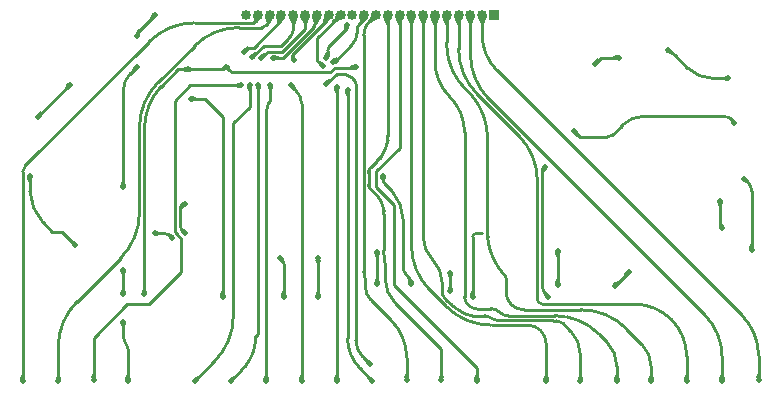
<source format=gbr>
%TF.GenerationSoftware,KiCad,Pcbnew,7.0.7*%
%TF.CreationDate,2024-09-12T05:12:33-04:00*%
%TF.ProjectId,Fluke_LCD,466c756b-655f-44c4-9344-2e6b69636164,rev?*%
%TF.SameCoordinates,Original*%
%TF.FileFunction,Copper,L2,Bot*%
%TF.FilePolarity,Positive*%
%FSLAX46Y46*%
G04 Gerber Fmt 4.6, Leading zero omitted, Abs format (unit mm)*
G04 Created by KiCad (PCBNEW 7.0.7) date 2024-09-12 05:12:33*
%MOMM*%
%LPD*%
G01*
G04 APERTURE LIST*
%TA.AperFunction,ComponentPad*%
%ADD10R,0.850000X0.850000*%
%TD*%
%TA.AperFunction,ComponentPad*%
%ADD11O,0.850000X0.850000*%
%TD*%
%TA.AperFunction,ViaPad*%
%ADD12C,0.500000*%
%TD*%
%TA.AperFunction,ViaPad*%
%ADD13C,0.300000*%
%TD*%
%TA.AperFunction,Conductor*%
%ADD14C,0.250000*%
%TD*%
G04 APERTURE END LIST*
D10*
%TO.P,J1,1,Pin_1*%
%TO.N,/TopGround*%
X192700000Y-53100000D03*
D11*
%TO.P,J1,2,Pin_2*%
%TO.N,Net-(J1-Pin_2)*%
X191700000Y-53100000D03*
%TO.P,J1,3,Pin_3*%
%TO.N,Net-(J1-Pin_3)*%
X190700000Y-53100000D03*
%TO.P,J1,4,Pin_4*%
%TO.N,Net-(J1-Pin_4)*%
X189700000Y-53100000D03*
%TO.P,J1,5,Pin_5*%
%TO.N,Net-(J1-Pin_5)*%
X188700000Y-53100000D03*
%TO.P,J1,6,Pin_6*%
%TO.N,Net-(J1-Pin_6)*%
X187700000Y-53100000D03*
%TO.P,J1,7,Pin_7*%
%TO.N,Net-(J1-Pin_7)*%
X186700000Y-53100000D03*
%TO.P,J1,8,Pin_8*%
%TO.N,Net-(J1-Pin_8)*%
X185700000Y-53100000D03*
%TO.P,J1,9,Pin_9*%
%TO.N,Net-(J1-Pin_9)*%
X184700000Y-53100000D03*
%TO.P,J1,10,Pin_10*%
%TO.N,Net-(J1-Pin_10)*%
X183700000Y-53100000D03*
%TO.P,J1,11,Pin_11*%
%TO.N,Net-(J1-Pin_11)*%
X182700000Y-53100000D03*
%TO.P,J1,12,Pin_12*%
%TO.N,Net-(J1-Pin_12)*%
X181700000Y-53100000D03*
%TO.P,J1,13,Pin_13*%
%TO.N,Net-(J1-Pin_13)*%
X180700000Y-53100000D03*
%TO.P,J1,14,Pin_14*%
%TO.N,Net-(J1-Pin_14)*%
X179700000Y-53100000D03*
%TO.P,J1,15,Pin_15*%
%TO.N,Net-(J1-Pin_15)*%
X178700000Y-53100000D03*
%TO.P,J1,16,Pin_16*%
%TO.N,Net-(J1-Pin_16)*%
X177700000Y-53100000D03*
%TO.P,J1,17,Pin_17*%
%TO.N,Net-(J1-Pin_17)*%
X176700000Y-53100000D03*
%TO.P,J1,18,Pin_18*%
%TO.N,Net-(J1-Pin_18)*%
X175700000Y-53100000D03*
%TO.P,J1,19,Pin_19*%
%TO.N,Net-(J1-Pin_19)*%
X174700000Y-53100000D03*
%TO.P,J1,20,Pin_20*%
%TO.N,Net-(J1-Pin_20)*%
X173700000Y-53100000D03*
%TO.P,J1,21,Pin_21*%
%TO.N,Net-(J1-Pin_21)*%
X172700000Y-53100000D03*
%TO.P,J1,22,Pin_22*%
%TO.N,Net-(J1-Pin_22)*%
X171700000Y-53100000D03*
%TD*%
D12*
%TO.N,Net-(D5-A)*%
X165473409Y-72026591D03*
X163963000Y-71637000D03*
%TO.N,Net-(D10-A)*%
X177800000Y-77000000D03*
X177800000Y-73750000D03*
D13*
%TO.N,Net-(D18-A)*%
X191700000Y-71628000D03*
D12*
X190900000Y-77000000D03*
%TO.N,Net-(D27-A)*%
X214500000Y-73000000D03*
X213900000Y-67000000D03*
%TO.N,Net-(D33-A)*%
X203250000Y-56750000D03*
X207389091Y-56110909D03*
X201259500Y-57250000D03*
X212500000Y-58500000D03*
%TO.N,Net-(J1-Pin_10)*%
X188250000Y-84000000D03*
%TO.N,Net-(J1-Pin_22)*%
X162500000Y-57500000D03*
X162500000Y-54900000D03*
X161300000Y-67700000D03*
X163970710Y-53100000D03*
X161300000Y-79100000D03*
X161300000Y-76800000D03*
X161700000Y-84100000D03*
X161300000Y-74700000D03*
%TO.N,Net-(J1-Pin_21)*%
X152800000Y-84100000D03*
%TO.N,Net-(J1-Pin_20)*%
X155800000Y-84100000D03*
%TO.N,Net-(J1-Pin_19)*%
X171500000Y-56250000D03*
X158800000Y-84000000D03*
X171250000Y-59100000D03*
%TO.N,Net-(J1-Pin_18)*%
X172233628Y-56733628D03*
X167400000Y-84100000D03*
X172000000Y-59100000D03*
%TO.N,Net-(J1-Pin_17)*%
X170400000Y-84100000D03*
X172750000Y-59099833D03*
X173002971Y-56767755D03*
%TO.N,Net-(J1-Pin_16)*%
X173750000Y-59100000D03*
X174000000Y-56774500D03*
X173400000Y-84100000D03*
%TO.N,Net-(J1-Pin_15)*%
X176400000Y-84100000D03*
X175750000Y-56975500D03*
X175500000Y-59100000D03*
%TO.N,Net-(J1-Pin_14)*%
X179400000Y-59250000D03*
X179400000Y-84100000D03*
X178209633Y-57475500D03*
%TO.N,Net-(J1-Pin_13)*%
X178500000Y-56750000D03*
X182200000Y-82700000D03*
X180250000Y-54000000D03*
X178500000Y-59000000D03*
%TO.N,Net-(J1-Pin_12)*%
X179101832Y-57104086D03*
X180300000Y-59500000D03*
X182400000Y-84100000D03*
%TO.N,Net-(J1-Pin_11)*%
X185300000Y-84000000D03*
%TO.N,Net-(J1-Pin_9)*%
X191250000Y-84100000D03*
%TO.N,Net-(J1-Pin_8)*%
X197100000Y-84100000D03*
%TO.N,Net-(J1-Pin_7)*%
X200000000Y-84100000D03*
%TO.N,Net-(J1-Pin_6)*%
X203100000Y-84100000D03*
%TO.N,Net-(J1-Pin_5)*%
X206000000Y-84100000D03*
%TO.N,Net-(J1-Pin_4)*%
X209000000Y-84100000D03*
%TO.N,Net-(J1-Pin_3)*%
X212000000Y-84100000D03*
%TO.N,Net-(J1-Pin_2)*%
X215100000Y-84000000D03*
%TO.N,/BottomGround*%
X154094500Y-61738000D03*
X157250000Y-72589511D03*
X153400000Y-66750000D03*
X199475500Y-63000000D03*
X213050000Y-62250000D03*
X156775000Y-59025000D03*
%TO.N,Net-(D28-A)*%
X211836000Y-68864000D03*
X212000000Y-71200000D03*
%TO.N,Net-(D2-A)*%
X167000000Y-60250000D03*
X169750000Y-77000000D03*
%TO.N,Net-(D4-A)*%
X166500000Y-69100000D03*
X166500000Y-71600000D03*
%TO.N,Net-(D8-A)*%
X174600000Y-73700000D03*
X174900000Y-77000000D03*
%TO.N,Net-(D11-A)*%
X183300000Y-66800000D03*
X185700000Y-75900000D03*
%TO.N,Net-(D12-A)*%
X182800000Y-73200000D03*
X182800000Y-75900000D03*
%TO.N,Net-(D16-A)*%
X189000000Y-75000000D03*
X189000000Y-76500000D03*
%TO.N,Net-(D19-A)*%
X197300000Y-77000000D03*
X197000000Y-66000000D03*
%TO.N,Net-(D20-A)*%
X198100000Y-76000000D03*
X198100000Y-73100000D03*
%TO.N,Net-(D24-A)*%
X204112500Y-74875500D03*
X202900000Y-76100000D03*
%TO.N,/kHz{slash}Hz{slash}dB*%
X163100000Y-76750000D03*
X181000000Y-57500000D03*
X166750000Y-57750000D03*
X170000000Y-57500000D03*
%TD*%
D14*
%TO.N,Net-(J1-Pin_9)*%
X184700000Y-64358576D02*
X184700000Y-53100000D01*
X182695363Y-66363213D02*
X184700000Y-64358576D01*
X182695363Y-67706497D02*
X182695363Y-66363213D01*
X184250000Y-76000000D02*
X184250000Y-69261134D01*
X191250000Y-83000000D02*
X184250000Y-76000000D01*
X191250000Y-84100000D02*
X191250000Y-83000000D01*
X184250000Y-69261134D02*
X182695363Y-67706497D01*
%TO.N,Net-(J1-Pin_10)*%
X183044620Y-65240077D02*
X183093145Y-65179230D01*
X182295999Y-66003999D02*
X182832456Y-65467541D01*
X182189657Y-66130332D02*
X182208077Y-66102766D01*
X182082653Y-66405577D02*
X182089121Y-66373060D01*
X182091501Y-67654019D02*
X182083946Y-67625827D01*
X182150410Y-67786258D02*
X182135815Y-67760982D01*
X182915106Y-68593612D02*
X182870857Y-68535944D01*
X183364002Y-69726540D02*
X183354515Y-69654474D01*
X183375754Y-73069774D02*
X183375754Y-70016722D01*
X183501890Y-74365355D02*
X183460917Y-74132991D01*
X183500000Y-75534505D02*
X183500000Y-74370534D01*
X188250000Y-81450000D02*
X184324129Y-77524129D01*
X183698957Y-63528785D02*
G75*
G03*
X183700000Y-63373109I-11628657J155785D01*
G01*
X183628404Y-64067766D02*
G75*
G03*
X183680481Y-63761310I-2702904J616966D01*
G01*
X183542349Y-64366466D02*
G75*
G03*
X183628408Y-64067767I-2616749J915666D01*
G01*
X182673966Y-68322456D02*
X182225973Y-67874463D01*
X183423394Y-64653654D02*
G75*
G03*
X183542350Y-64366466I-2497594J1202754D01*
G01*
X188250000Y-84000000D02*
X188250000Y-81450000D01*
X183273027Y-64925715D02*
G75*
G03*
X183423391Y-64653652I-2347527J1475015D01*
G01*
X183093145Y-65179230D02*
G75*
G03*
X183273025Y-64925714I-2167545J1728530D01*
G01*
X182941792Y-65356717D02*
G75*
G03*
X183044620Y-65240077I-1129992J1099817D01*
G01*
X182296000Y-66004000D02*
G75*
G03*
X182249525Y-66051320I2587600J-2587800D01*
G01*
X183680481Y-63761310D02*
X183689196Y-63683971D01*
X182127441Y-66246747D02*
G75*
G03*
X182089121Y-66373060I621959J-257653D01*
G01*
X182189658Y-66130333D02*
G75*
G03*
X182127436Y-66246745I559842J-374067D01*
G01*
X182082659Y-66405578D02*
G75*
G03*
X182075586Y-66471264I364041J-72422D01*
G01*
X183700000Y-63373109D02*
X183700000Y-53100000D01*
X182075586Y-66471264D02*
G75*
G03*
X182074988Y-66537587I3665214J-66236D01*
G01*
X182075698Y-67568425D02*
G75*
G03*
X182083947Y-67625827I243702J5725D01*
G01*
X182249520Y-66051315D02*
G75*
G03*
X182208077Y-66102766I266880J-257385D01*
G01*
X182091512Y-67654016D02*
G75*
G03*
X182135816Y-67760982I428488J114816D01*
G01*
X182150409Y-67786258D02*
G75*
G03*
X182185169Y-67832681I211391J122058D01*
G01*
X182775986Y-68426066D02*
G75*
G03*
X182673965Y-68322457I-6759186J-6553534D01*
G01*
X182870856Y-68535945D02*
G75*
G03*
X182775986Y-68426066I-997856J-765655D01*
G01*
X183398983Y-73662558D02*
X183388634Y-73544279D01*
X183076306Y-68834879D02*
G75*
G03*
X182915105Y-68593613I-1921306J-1109221D01*
G01*
X183204642Y-69095119D02*
G75*
G03*
X183076308Y-68834877I-2049642J-848981D01*
G01*
X183297910Y-69369885D02*
G75*
G03*
X183204642Y-69095119I-2143010J-574215D01*
G01*
X182075013Y-67510028D02*
X182074988Y-66537587D01*
X183374619Y-69871320D02*
G75*
G03*
X183364001Y-69726540I-1259419J-19580D01*
G01*
X183375754Y-70016722D02*
G75*
G03*
X183374623Y-69871320I-9355254J-78D01*
G01*
X182185169Y-67832681D02*
G75*
G03*
X182225973Y-67874463I1787931J1705281D01*
G01*
X183375755Y-73069774D02*
G75*
G03*
X183377020Y-73307253I22273945J-126D01*
G01*
X183377023Y-73307253D02*
G75*
G03*
X183388635Y-73544279I3097677J32953D01*
G01*
X183398984Y-73662558D02*
G75*
G03*
X183460917Y-74132991I5417716J473958D01*
G01*
X182832456Y-65467541D02*
G75*
G03*
X182941793Y-65356718I-8165956J8165741D01*
G01*
X183501101Y-74367957D02*
G75*
G03*
X183501889Y-74365355I-2101J2057D01*
G01*
X183500010Y-75534505D02*
G75*
G03*
X184324129Y-77524129I2813790J5D01*
G01*
X183501056Y-74367912D02*
G75*
G03*
X183500000Y-74370534I2644J-2588D01*
G01*
X183354520Y-69654473D02*
G75*
G03*
X183297910Y-69369885I-2199620J-289627D01*
G01*
X182075014Y-67510028D02*
G75*
G03*
X182075701Y-67568425I2485886J28D01*
G01*
X183689197Y-63683971D02*
G75*
G03*
X183698957Y-63528785I-1564097J176271D01*
G01*
%TO.N,Net-(D5-A)*%
X165473409Y-72026591D02*
X165473409Y-72006812D01*
X165473409Y-72006812D02*
X165222021Y-71755424D01*
X164737382Y-71637000D02*
X163963000Y-71637000D01*
X165222021Y-71755425D02*
G75*
G03*
X164737382Y-71637001I-491021J-958575D01*
G01*
%TO.N,Net-(D10-A)*%
X177800000Y-77000000D02*
X177800000Y-73750000D01*
%TO.N,Net-(D18-A)*%
X190900000Y-71921622D02*
X190900000Y-77000000D01*
X191193622Y-71628000D02*
X191700000Y-71628000D01*
X190985993Y-71713993D02*
G75*
G03*
X190900000Y-71921622I207607J-207607D01*
G01*
X191193622Y-71628010D02*
G75*
G03*
X190986001Y-71714001I-22J-293590D01*
G01*
%TO.N,Net-(D27-A)*%
X214500000Y-73000000D02*
X214500000Y-68024264D01*
X214200000Y-67300000D02*
X213900000Y-67000000D01*
X214500014Y-68024264D02*
G75*
G03*
X214199999Y-67300001I-1024314J-36D01*
G01*
%TO.N,Net-(D33-A)*%
X201759500Y-56750000D02*
X201259500Y-57250000D01*
X211235876Y-58500000D02*
X212500000Y-58500000D01*
X207389091Y-56110909D02*
X207408801Y-56130619D01*
X207408801Y-56130619D02*
X207436364Y-56130619D01*
X208033516Y-56561764D02*
X209077881Y-57606129D01*
X203250000Y-56750000D02*
X201759500Y-56750000D01*
X208033513Y-56561767D02*
G75*
G03*
X207436364Y-56130620I-1665413J-1677533D01*
G01*
X209077886Y-57606124D02*
G75*
G03*
X211235876Y-58500000I2158014J2158024D01*
G01*
%TO.N,Net-(J1-Pin_22)*%
X161300000Y-80417157D02*
X161300000Y-79100000D01*
X162500000Y-54735355D02*
X162500000Y-54900000D01*
X161300000Y-76800000D02*
X161300000Y-74700000D01*
X162500000Y-57500000D02*
X161900000Y-58100000D01*
X161300000Y-59548528D02*
X161300000Y-67700000D01*
X161700000Y-81382842D02*
X161700000Y-84100000D01*
X162616421Y-54454288D02*
X163970710Y-53100000D01*
X161300018Y-80417157D02*
G75*
G03*
X161500000Y-80900000I682782J-43D01*
G01*
X161899971Y-58099971D02*
G75*
G03*
X161300000Y-59548528I1448629J-1448529D01*
G01*
X162616392Y-54454259D02*
G75*
G03*
X162500000Y-54735355I281108J-281041D01*
G01*
X161699982Y-81382842D02*
G75*
G03*
X161500000Y-80900000I-682782J42D01*
G01*
%TO.N,Net-(J1-Pin_21)*%
X152800000Y-84100000D02*
X152800000Y-66419810D01*
X172700000Y-53458578D02*
X172700000Y-53100000D01*
X163505166Y-55393792D02*
X153026876Y-65872082D01*
X167352922Y-53800000D02*
X172358578Y-53800000D01*
X153026872Y-65872078D02*
G75*
G03*
X152800000Y-66419810I547728J-547722D01*
G01*
X172600006Y-53700006D02*
G75*
G03*
X172700000Y-53458578I-241406J241406D01*
G01*
X167352922Y-53800001D02*
G75*
G03*
X163505166Y-55393792I-22J-5441499D01*
G01*
X172358578Y-53799991D02*
G75*
G03*
X172600000Y-53700000I22J341391D01*
G01*
%TO.N,Net-(J1-Pin_20)*%
X155800000Y-81253963D02*
X155800000Y-84100000D01*
X173017157Y-54200000D02*
X171099479Y-54200000D01*
X173700000Y-53517157D02*
X173700000Y-53100000D01*
X157393792Y-77406207D02*
X161081207Y-73718792D01*
X164268792Y-58830166D02*
X167342955Y-55756002D01*
X162675000Y-69871036D02*
X162675000Y-62677922D01*
X164268791Y-58830165D02*
G75*
G03*
X162675000Y-62677922I3847709J-3847735D01*
G01*
X171099479Y-54199977D02*
G75*
G03*
X167342955Y-55756002I21J-5312523D01*
G01*
X173017157Y-54199953D02*
G75*
G03*
X173500000Y-54000000I43J682853D01*
G01*
X157393821Y-77406236D02*
G75*
G03*
X155800000Y-81253963I3847679J-3847764D01*
G01*
X161081200Y-73718785D02*
G75*
G03*
X162675000Y-69871036I-3847800J3847785D01*
G01*
X173500033Y-54000033D02*
G75*
G03*
X173700000Y-53517157I-482933J482833D01*
G01*
%TO.N,Net-(J1-Pin_19)*%
X171500000Y-56250000D02*
X171850004Y-55899996D01*
X161628592Y-77621408D02*
X158800000Y-80450000D01*
X165700000Y-60398958D02*
X165700000Y-71511426D01*
X172350004Y-55899996D02*
X174700000Y-53550000D01*
X166198559Y-74922849D02*
X163500000Y-77621408D01*
X171250000Y-59100000D02*
X166998958Y-59100000D01*
X174700000Y-53550000D02*
X174700000Y-53100000D01*
X163500000Y-77621408D02*
X161628592Y-77621408D01*
X158800000Y-80450000D02*
X158800000Y-84000000D01*
X165975000Y-71786426D02*
X165975000Y-71817463D01*
X165975000Y-71817463D02*
X166198559Y-72041022D01*
X165700000Y-71511426D02*
X165975000Y-71786426D01*
X166198559Y-72041022D02*
X166198559Y-74922849D01*
X171850004Y-55899996D02*
X172350004Y-55899996D01*
X166998958Y-59100000D02*
X165700000Y-60398958D01*
%TO.N,Net-(J1-Pin_18)*%
X173315686Y-55750000D02*
X174684313Y-55750000D01*
X173217256Y-55750000D02*
X173315686Y-55750000D01*
X169031207Y-82468792D02*
X167400000Y-84100000D01*
X175664370Y-54302485D02*
X175698087Y-54046336D01*
X172233628Y-56733628D02*
X173217256Y-55750000D01*
X175212193Y-55219455D02*
X175369468Y-55014483D01*
X175700000Y-53917157D02*
X175700000Y-53100000D01*
X172000000Y-59100000D02*
X172000000Y-60921093D01*
X175122182Y-55312131D02*
X175212193Y-55219455D01*
X172000000Y-60921093D02*
X170625000Y-62296093D01*
X174684313Y-55750000D02*
X175122182Y-55312131D01*
X175698087Y-54046336D02*
X175700000Y-53917157D01*
X170625000Y-62296093D02*
X170625000Y-78621036D01*
X175498643Y-54790735D02*
X175597507Y-54552041D01*
X175597507Y-54552041D02*
X175664370Y-54302485D01*
X175369468Y-55014483D02*
X175498643Y-54790735D01*
X169031179Y-82468764D02*
G75*
G03*
X170625000Y-78621036I-3847679J3847764D01*
G01*
%TO.N,Net-(J1-Pin_17)*%
X172750000Y-80177060D02*
X172500000Y-80427060D01*
X171684703Y-82788049D02*
X171628874Y-82856076D01*
X173002971Y-56767755D02*
X173520726Y-56250000D01*
X174749999Y-56250000D02*
X176700000Y-54299999D01*
X173520726Y-56250000D02*
X174749999Y-56250000D01*
X172750000Y-59099833D02*
X172750000Y-80177060D01*
X176700000Y-54299999D02*
X176700000Y-53100000D01*
X171387764Y-83112235D02*
X170400000Y-84100000D01*
X172489350Y-80778682D02*
X172480725Y-80866261D01*
X171387764Y-83112235D02*
G75*
G03*
X171511519Y-82987056I-10910364J10909935D01*
G01*
X171511515Y-82987052D02*
G75*
G03*
X171628873Y-82856076I-1450615J1417852D01*
G01*
X172225249Y-81886194D02*
G75*
G03*
X172343703Y-81555138I-3310649J1371294D01*
G01*
X172498989Y-80603083D02*
G75*
G03*
X172500000Y-80427060I-15337989J176083D01*
G01*
X172074918Y-82204048D02*
G75*
G03*
X172225251Y-81886195I-3160018J1689048D01*
G01*
X171894156Y-82505634D02*
G75*
G03*
X172074919Y-82204048I-2979556J1990834D01*
G01*
X172343706Y-81555139D02*
G75*
G03*
X172429136Y-81214066I-3428706J1040039D01*
G01*
X172489347Y-80778682D02*
G75*
G03*
X172498988Y-80603083I-2020147J198982D01*
G01*
X172429134Y-81214066D02*
G75*
G03*
X172480725Y-80866261I-3514634J699066D01*
G01*
X171684701Y-82788047D02*
G75*
G03*
X171894155Y-82505634I-2769701J2273047D01*
G01*
%TO.N,Net-(J1-Pin_16)*%
X177700000Y-53482843D02*
X177700000Y-53100000D01*
X173750000Y-60409952D02*
X173638615Y-60521337D01*
X174000000Y-56774500D02*
X174791185Y-56774500D01*
X173400000Y-61377524D02*
X173400000Y-84100000D01*
X174791185Y-56774500D02*
X177429289Y-54136396D01*
X173750000Y-59100000D02*
X173750000Y-60409952D01*
X173638623Y-60521342D02*
G75*
G03*
X173400001Y-61377524I1435977J-861558D01*
G01*
X177429275Y-54136382D02*
G75*
G03*
X177700000Y-53482843I-653575J653582D01*
G01*
%TO.N,Net-(J1-Pin_15)*%
X175630329Y-56501042D02*
X178582842Y-53548529D01*
X176400000Y-84100000D02*
X176400000Y-60636396D01*
X175630329Y-56855829D02*
X175750000Y-56975500D01*
X178700000Y-53265686D02*
X178700000Y-53100000D01*
X175950000Y-59550000D02*
X175500000Y-59100000D01*
X175630329Y-56501042D02*
X175630329Y-56855829D01*
X176400001Y-60636396D02*
G75*
G03*
X175950000Y-59550000I-1536401J-4D01*
G01*
X178582849Y-53548536D02*
G75*
G03*
X178700000Y-53265686I-282849J282836D01*
G01*
%TO.N,Net-(J1-Pin_14)*%
X177750000Y-57015867D02*
X177750000Y-55050000D01*
X179400000Y-59250000D02*
X179400000Y-84100000D01*
X178209633Y-57475500D02*
X177750000Y-57015867D01*
X177750000Y-55050000D02*
X179700000Y-53100000D01*
%TO.N,Net-(J1-Pin_13)*%
X181000000Y-58949479D02*
X181000000Y-58987109D01*
X180250000Y-54271679D02*
X178759216Y-55762463D01*
X180250000Y-54000000D02*
X180250000Y-54271679D01*
X178625728Y-56624272D02*
X178500000Y-56750000D01*
X179372355Y-58127645D02*
X180043163Y-58127645D01*
X180656716Y-58455675D02*
X180893565Y-58692524D01*
X181600000Y-82100000D02*
X182200000Y-82700000D01*
X181000000Y-58987109D02*
X181000000Y-80651471D01*
X178500000Y-59000000D02*
X179372355Y-58127645D01*
X180250000Y-54000000D02*
X180250000Y-54051947D01*
X178625728Y-56146806D02*
X178625728Y-56624272D01*
X180656723Y-58455668D02*
G75*
G03*
X180043163Y-58127646I-863023J-876432D01*
G01*
X181000012Y-80651471D02*
G75*
G03*
X181600000Y-82100000I2048488J-29D01*
G01*
X181000011Y-58949479D02*
G75*
G03*
X180893565Y-58692524I-363411J-21D01*
G01*
X178759235Y-55762475D02*
G75*
G03*
X178625728Y-56146806I827265J-502725D01*
G01*
%TO.N,Net-(J1-Pin_12)*%
X181350000Y-83050000D02*
X182400000Y-84100000D01*
X180300000Y-59500000D02*
X180300000Y-80515075D01*
X179101832Y-57104086D02*
X179195913Y-57104086D01*
X179195913Y-57104086D02*
X180711091Y-55588908D01*
X181700000Y-53300000D02*
X181700000Y-53100000D01*
X181399999Y-53799999D02*
X181558578Y-53641421D01*
X181100000Y-54650000D02*
X181100000Y-54524264D01*
X181558590Y-53641433D02*
G75*
G03*
X181700000Y-53300000I-341490J341433D01*
G01*
X180711088Y-55588905D02*
G75*
G03*
X181100000Y-54650000I-938888J938905D01*
G01*
X181400011Y-53800011D02*
G75*
G03*
X181100000Y-54524264I724289J-724289D01*
G01*
X180300028Y-80515075D02*
G75*
G03*
X181350001Y-83049999I3585172J75D01*
G01*
%TO.N,Net-(J1-Pin_11)*%
X182278394Y-77278394D02*
X183991852Y-78991852D01*
X181783263Y-75430158D02*
X181791631Y-75438526D01*
X182187500Y-53612500D02*
X182700000Y-53100000D01*
X181675000Y-74873959D02*
X181675000Y-54849784D01*
X185300000Y-84000000D02*
X185300000Y-82150000D01*
X181800000Y-75458729D02*
X181800000Y-76123447D01*
X181675006Y-74873959D02*
G75*
G03*
X181783263Y-75430158I1515094J6259D01*
G01*
X185299998Y-82150000D02*
G75*
G03*
X183991852Y-78991852I-4466298J0D01*
G01*
X181799970Y-75458729D02*
G75*
G03*
X181791631Y-75438526I-28570J29D01*
G01*
X182187505Y-53612505D02*
G75*
G03*
X181675000Y-54849784I1237295J-1237295D01*
G01*
X181800025Y-76123447D02*
G75*
G03*
X182278394Y-77278394I1633275J-53D01*
G01*
%TO.N,Net-(J1-Pin_8)*%
X185700000Y-72612763D02*
X185700000Y-53100000D01*
X197100000Y-80936396D02*
X197100000Y-84100000D01*
X192487236Y-79400000D02*
X195563603Y-79400000D01*
X187293792Y-76460519D02*
X188639480Y-77806207D01*
X197100001Y-80936396D02*
G75*
G03*
X196650000Y-79850000I-1536401J-4D01*
G01*
X188639451Y-77806236D02*
G75*
G03*
X192487236Y-79400000I3847749J3847836D01*
G01*
X185700041Y-72612763D02*
G75*
G03*
X187293792Y-76460519I5441559J-37D01*
G01*
X196649999Y-79850001D02*
G75*
G03*
X195563603Y-79400000I-1086399J-1086399D01*
G01*
%TO.N,Net-(J1-Pin_7)*%
X189156808Y-77724954D02*
X189065856Y-77648638D01*
X198020233Y-79030614D02*
X197731499Y-79030614D01*
X188721202Y-77322243D02*
X188549479Y-77150520D01*
X200000000Y-81880434D02*
X200000000Y-84100000D01*
X188293792Y-76533236D02*
X188293792Y-75767850D01*
X186700000Y-71920095D02*
X186700000Y-53100000D01*
X199165307Y-79865307D02*
X198550086Y-79250086D01*
X190807002Y-78588192D02*
X191949921Y-78588192D01*
X192944114Y-79000000D02*
X197657590Y-79000000D01*
X189933433Y-78268737D02*
G75*
G03*
X190354309Y-78487832I2719367J4710037D01*
G01*
X186700011Y-71920095D02*
G75*
G03*
X187496896Y-73843973I2720789J-5D01*
G01*
X188293821Y-75767850D02*
G75*
G03*
X187496895Y-73843974I-2720821J-50D01*
G01*
X188721203Y-77322242D02*
G75*
G03*
X188890031Y-77489259I15579297J15579342D01*
G01*
X190354308Y-78487836D02*
G75*
G03*
X190807002Y-78588192I452692J970836D01*
G01*
X199999981Y-81880434D02*
G75*
G03*
X199165306Y-79865308I-2849781J34D01*
G01*
X188293777Y-76533236D02*
G75*
G03*
X188549479Y-77150520I873023J36D01*
G01*
X198550061Y-79250111D02*
G75*
G03*
X198020233Y-79030614I-529861J-529789D01*
G01*
X192447009Y-78794105D02*
G75*
G03*
X191949921Y-78588192I-497109J-497095D01*
G01*
X188890029Y-77489261D02*
G75*
G03*
X189065856Y-77648638I2170771J2218161D01*
G01*
X197694558Y-79015294D02*
G75*
G03*
X197657590Y-79000000I-36958J-37006D01*
G01*
X189156809Y-77724952D02*
G75*
G03*
X189533248Y-78013801I3496191J4166652D01*
G01*
X192447011Y-78794103D02*
G75*
G03*
X192944114Y-79000000I497089J497103D01*
G01*
X197694534Y-79015318D02*
G75*
G03*
X197731499Y-79030614I36966J37018D01*
G01*
X189533246Y-78013805D02*
G75*
G03*
X189933430Y-78268741I3119654J4455505D01*
G01*
%TO.N,Net-(J1-Pin_6)*%
X187700000Y-57043871D02*
X187700000Y-53100000D01*
X193876743Y-78600000D02*
X197854415Y-78600000D01*
X203100000Y-84100000D02*
X203100000Y-82886396D01*
X190200000Y-76975735D02*
X190200000Y-63079404D01*
X202241852Y-80814644D02*
X201563604Y-80136396D01*
X191224264Y-78000000D02*
X192428214Y-78000000D01*
X203100002Y-82886396D02*
G75*
G03*
X202241852Y-80814644I-2929902J-4D01*
G01*
X187700031Y-57043871D02*
G75*
G03*
X188950001Y-60061637I4267769J-29D01*
G01*
X190199986Y-63079404D02*
G75*
G03*
X188949999Y-60061639I-4267786J4D01*
G01*
X193152479Y-78300000D02*
G75*
G03*
X192428214Y-78000000I-724279J-724300D01*
G01*
X193152450Y-78300029D02*
G75*
G03*
X193876743Y-78600000I724250J724329D01*
G01*
X190500011Y-77699989D02*
G75*
G03*
X191224264Y-78000000I724289J724289D01*
G01*
X190199986Y-76975735D02*
G75*
G03*
X190500001Y-77699999I1024314J35D01*
G01*
X201563599Y-80136401D02*
G75*
G03*
X197854415Y-78600000I-3709199J-3709199D01*
G01*
%TO.N,Net-(J1-Pin_5)*%
X190051311Y-59163475D02*
X189974994Y-59072522D01*
X193718792Y-75404261D02*
X193718792Y-76597549D01*
X192125000Y-63628035D02*
X192125000Y-71319018D01*
X205181497Y-80966421D02*
X203906229Y-79691153D01*
X193476309Y-75024873D02*
X193399991Y-74933919D01*
X206000000Y-84100000D02*
X206000000Y-82942462D01*
X188700000Y-55457622D02*
X188700000Y-53100000D01*
X190377756Y-59508086D02*
X190447242Y-59577572D01*
X192137877Y-71793527D02*
X192148223Y-71911805D01*
X188723224Y-56050409D02*
X188712877Y-55932130D01*
X190773661Y-59922208D02*
X190849978Y-60013161D01*
X195218603Y-78097361D02*
X200058473Y-78097361D01*
X192112109Y-63153530D02*
X192101761Y-63035251D01*
X192312850Y-72845490D02*
G75*
G03*
X192455529Y-73298025I5253450J1407590D01*
G01*
X188785155Y-56520845D02*
G75*
G03*
X188887850Y-56984093I5356045J944345D01*
G01*
X192124999Y-63628035D02*
G75*
G03*
X192123728Y-63390557I-22203399J-65D01*
G01*
X193718756Y-76597549D02*
G75*
G03*
X194158076Y-77658076I1499844J49D01*
G01*
X192039828Y-62564818D02*
G75*
G03*
X191937129Y-62101573I-5356428J-944482D01*
G01*
X193476312Y-75024871D02*
G75*
G03*
X193635714Y-75200676I2367988J1986871D01*
G01*
X192123727Y-63390557D02*
G75*
G03*
X192112108Y-63153530I-3099727J-33143D01*
G01*
X188700000Y-55457622D02*
G75*
G03*
X188701264Y-55695102I22309600J22D01*
G01*
X188701262Y-55695102D02*
G75*
G03*
X188712877Y-55932130I3097738J33002D01*
G01*
X193111145Y-74557472D02*
G75*
G03*
X193399991Y-74933919I4455655J3119772D01*
G01*
X189686145Y-58696075D02*
G75*
G03*
X189974994Y-59072522I4455355J3119575D01*
G01*
X192637105Y-73736403D02*
G75*
G03*
X192856199Y-74157287I4929095J2298403D01*
G01*
X190773657Y-59922211D02*
G75*
G03*
X190614271Y-59746391I-2374257J-1992189D01*
G01*
X189431204Y-58295888D02*
G75*
G03*
X189686143Y-58696076I4710596J2719588D01*
G01*
X192101764Y-63035251D02*
G75*
G03*
X192039826Y-62564818I-5418764J-474149D01*
G01*
X189030532Y-57436627D02*
G75*
G03*
X189212107Y-57875005I5111368J1860327D01*
G01*
X191138826Y-60389603D02*
G75*
G03*
X190849977Y-60013162I-4455326J-3119597D01*
G01*
X188887848Y-56984094D02*
G75*
G03*
X189030530Y-57436628I5253952J1407794D01*
G01*
X189212108Y-57875005D02*
G75*
G03*
X189431202Y-58295890I4929292J2298505D01*
G01*
X192148225Y-71911805D02*
G75*
G03*
X192210155Y-72382242I5418475J474005D01*
G01*
X191393770Y-60789787D02*
G75*
G03*
X191138827Y-60389602I-4710070J-2719313D01*
G01*
X191612867Y-61210667D02*
G75*
G03*
X191393772Y-60789786I-4929667J-2298733D01*
G01*
X194158064Y-77658088D02*
G75*
G03*
X195218603Y-78097361I1060536J1060588D01*
G01*
X190614270Y-59746392D02*
G75*
G03*
X190447241Y-59577573I-15938470J-15602408D01*
G01*
X192126263Y-71556499D02*
G75*
G03*
X192137878Y-71793527I3097737J32999D01*
G01*
X192125000Y-71319018D02*
G75*
G03*
X192126264Y-71556499I22309600J18D01*
G01*
X190051314Y-59163473D02*
G75*
G03*
X190210714Y-59339280I2368686J1987473D01*
G01*
X191937125Y-62101574D02*
G75*
G03*
X191794446Y-61649042I-5253525J-1407626D01*
G01*
X203906240Y-79691142D02*
G75*
G03*
X200058473Y-78097361I-3847740J-3847758D01*
G01*
X192210155Y-72382242D02*
G75*
G03*
X192312851Y-72845490I5355545J944242D01*
G01*
X192455528Y-73298025D02*
G75*
G03*
X192637107Y-73736403I5111272J1860325D01*
G01*
X190210715Y-59339279D02*
G75*
G03*
X190377757Y-59508085I16152785J15816879D01*
G01*
X192856201Y-74157286D02*
G75*
G03*
X193111141Y-74557475I4710599J2719586D01*
G01*
X191794449Y-61649041D02*
G75*
G03*
X191612866Y-61210667I-5111449J-1860459D01*
G01*
X188723225Y-56050409D02*
G75*
G03*
X188785156Y-56520845I5418375J474009D01*
G01*
X193718815Y-75404261D02*
G75*
G03*
X193635712Y-75200677I-291015J-39D01*
G01*
X206000039Y-82942462D02*
G75*
G03*
X205181496Y-80966422I-2794539J-38D01*
G01*
%TO.N,Net-(J1-Pin_4)*%
X189700000Y-56010680D02*
X189700000Y-53100000D01*
X191293792Y-59858436D02*
X194781207Y-63345851D01*
X209000000Y-84100000D02*
X209000000Y-82020799D01*
X196799998Y-77625000D02*
X204604200Y-77625000D01*
X196375000Y-67193607D02*
X196375000Y-77199999D01*
X196499479Y-77500520D02*
G75*
G03*
X196799998Y-77625000I300521J300520D01*
G01*
X207712500Y-78912500D02*
G75*
G03*
X204604200Y-77625000I-3108300J-3108300D01*
G01*
X189700029Y-56010680D02*
G75*
G03*
X191293792Y-59858436I5441571J-20D01*
G01*
X196374979Y-67193607D02*
G75*
G03*
X194781206Y-63345852I-5441579J7D01*
G01*
X196375000Y-77199999D02*
G75*
G03*
X196499479Y-77500520I425000J-1D01*
G01*
X209000000Y-82020799D02*
G75*
G03*
X207712500Y-78912500I-4395800J-1D01*
G01*
%TO.N,Net-(J1-Pin_3)*%
X190700000Y-56444995D02*
X190700000Y-53100000D01*
X212000000Y-82049479D02*
X212000000Y-84100000D01*
X192293792Y-60292751D02*
X210550063Y-78549022D01*
X212000012Y-82049479D02*
G75*
G03*
X210550062Y-78549023I-4950412J-21D01*
G01*
X190700019Y-56444995D02*
G75*
G03*
X192293793Y-60292750I5441581J-5D01*
G01*
%TO.N,Net-(J1-Pin_2)*%
X192931440Y-57814481D02*
X213679790Y-78562831D01*
X191700000Y-54841520D02*
X191700000Y-53100000D01*
X215100000Y-81991520D02*
X215100000Y-84000000D01*
X191699985Y-54841520D02*
G75*
G03*
X192931440Y-57814481I4204415J20D01*
G01*
X215099985Y-81991520D02*
G75*
G03*
X213679790Y-78562831I-4848885J20D01*
G01*
%TO.N,/BottomGround*%
X202700720Y-63297116D02*
X202701802Y-63297116D01*
X154094500Y-61721750D02*
X154094500Y-61738000D01*
X153402469Y-68057433D02*
X153402469Y-66752469D01*
X155303214Y-71500000D02*
X154501522Y-70698308D01*
X157250000Y-72589511D02*
X156160489Y-71500000D01*
X199475500Y-63000000D02*
X199954879Y-63479379D01*
X212775000Y-61975000D02*
X213050000Y-62250000D01*
X202703649Y-63296350D02*
X203501442Y-62498558D01*
X199954879Y-63479379D02*
X202271603Y-63479379D01*
X153402469Y-66752469D02*
X153400000Y-66750000D01*
X205429331Y-61700000D02*
X212111091Y-61700000D01*
X156160489Y-71500000D02*
X155303214Y-71500000D01*
X156775000Y-59025000D02*
X154105990Y-61694009D01*
X212775003Y-61974997D02*
G75*
G03*
X212111091Y-61700000I-663903J-663903D01*
G01*
X154106013Y-61694033D02*
G75*
G03*
X154094500Y-61721750I27487J-27667D01*
G01*
X153402463Y-68057433D02*
G75*
G03*
X154501522Y-70698308I4258737J223233D01*
G01*
X202271601Y-63479364D02*
G75*
G03*
X202700720Y-63297116I-119401J877464D01*
G01*
X202701802Y-63297115D02*
G75*
G03*
X202703649Y-63296350I-2J2615D01*
G01*
X205429331Y-61700009D02*
G75*
G03*
X203501442Y-62498558I-31J-2726391D01*
G01*
%TO.N,Net-(D28-A)*%
X211836000Y-68864000D02*
X211836000Y-70920034D01*
X211918000Y-71118000D02*
X212000000Y-71200000D01*
X211835986Y-70920034D02*
G75*
G03*
X211918000Y-71118000I280014J34D01*
G01*
%TO.N,Net-(D2-A)*%
X169750000Y-77000000D02*
X169750000Y-61750000D01*
X169750000Y-61750000D02*
X168250000Y-60250000D01*
X168250000Y-60250000D02*
X167000000Y-60250000D01*
%TO.N,Net-(D4-A)*%
X166312500Y-71412500D02*
X166500000Y-71600000D01*
X166127207Y-69472793D02*
X166127207Y-71043822D01*
X166500000Y-69100000D02*
X166127207Y-69472793D01*
X166127176Y-71043827D02*
G75*
G03*
X166312500Y-71412500I664724J103227D01*
G01*
%TO.N,Net-(D8-A)*%
X174600000Y-73700000D02*
X174750000Y-73850000D01*
X174900000Y-74212132D02*
X174900000Y-77000000D01*
X174899986Y-74212132D02*
G75*
G03*
X174749999Y-73850001I-512086J32D01*
G01*
%TO.N,Net-(D11-A)*%
X184073013Y-68075909D02*
X183477800Y-67480696D01*
X183300000Y-66800000D02*
X183300000Y-67051448D01*
X185700000Y-75750000D02*
X185700000Y-75900000D01*
X185350000Y-75250000D02*
X185593933Y-75493933D01*
X185000000Y-74405025D02*
X185000000Y-70484924D01*
X184999977Y-70484924D02*
G75*
G03*
X184073013Y-68075909I-3601777J-3076D01*
G01*
X185700009Y-75750000D02*
G75*
G03*
X185593933Y-75493933I-362109J0D01*
G01*
X184999990Y-74405025D02*
G75*
G03*
X185350000Y-75250000I1195010J25D01*
G01*
X183300023Y-67051448D02*
G75*
G03*
X183477800Y-67480696I606977J-52D01*
G01*
%TO.N,Net-(D12-A)*%
X182800000Y-73200000D02*
X182800000Y-75900000D01*
%TO.N,Net-(D16-A)*%
X189000000Y-76500000D02*
X189000000Y-75000000D01*
%TO.N,Net-(D19-A)*%
X197050000Y-76750000D02*
X197300000Y-77000000D01*
X197000000Y-66000000D02*
X196800000Y-66200000D01*
X196800000Y-66200000D02*
X196800000Y-76146446D01*
X196799981Y-76146446D02*
G75*
G03*
X197050000Y-76750000I853619J46D01*
G01*
%TO.N,Net-(D20-A)*%
X198100000Y-73100000D02*
X198100000Y-76000000D01*
%TO.N,Net-(D24-A)*%
X204112500Y-74887500D02*
X202900000Y-76100000D01*
X204112500Y-74875500D02*
X204112500Y-74887500D01*
%TO.N,/kHz{slash}Hz{slash}dB*%
X166750000Y-57750000D02*
X165953422Y-57750000D01*
X170000000Y-57500000D02*
X169750000Y-57750000D01*
X179229293Y-57612864D02*
X180887136Y-57612864D01*
X170000000Y-57500000D02*
X170500000Y-58000000D01*
X169750000Y-57750000D02*
X166750000Y-57750000D01*
X178842157Y-58000000D02*
X179229293Y-57612864D01*
X165953422Y-57750000D02*
X164488406Y-59215016D01*
X163100000Y-62792031D02*
X163100000Y-76750000D01*
X170500000Y-58000000D02*
X178842157Y-58000000D01*
X180887136Y-57612864D02*
X181000000Y-57500000D01*
X164488428Y-59215036D02*
G75*
G03*
X163100000Y-62792031I3922672J-3580564D01*
G01*
%TD*%
%TA.AperFunction,Conductor*%
%TO.N,Net-(J1-Pin_9)*%
G36*
X185082101Y-53258244D02*
G01*
X185088418Y-53264589D01*
X185088502Y-53273288D01*
X184827903Y-53942545D01*
X184821707Y-53949011D01*
X184817000Y-53950000D01*
X184583000Y-53950000D01*
X184574727Y-53946573D01*
X184572097Y-53942545D01*
X184311497Y-53273288D01*
X184311689Y-53264336D01*
X184317897Y-53258244D01*
X184695501Y-53100874D01*
X184704453Y-53100856D01*
X185082101Y-53258244D01*
G37*
%TD.AperFunction*%
%TD*%
%TA.AperFunction,Conductor*%
%TO.N,Net-(J1-Pin_9)*%
G36*
X191374244Y-83603427D02*
G01*
X191377289Y-83608734D01*
X191478392Y-83994495D01*
X191477174Y-84003366D01*
X191471591Y-84008254D01*
X191254517Y-84099109D01*
X191245563Y-84099142D01*
X191245483Y-84099109D01*
X191028408Y-84008254D01*
X191022099Y-84001898D01*
X191021607Y-83994495D01*
X191122711Y-83608734D01*
X191128124Y-83601600D01*
X191134029Y-83600000D01*
X191365971Y-83600000D01*
X191374244Y-83603427D01*
G37*
%TD.AperFunction*%
%TD*%
%TA.AperFunction,Conductor*%
%TO.N,Net-(J1-Pin_10)*%
G36*
X188374244Y-83503427D02*
G01*
X188377289Y-83508734D01*
X188478392Y-83894495D01*
X188477174Y-83903366D01*
X188471591Y-83908254D01*
X188254516Y-83999109D01*
X188245562Y-83999142D01*
X188245482Y-83999109D01*
X188028408Y-83908254D01*
X188022099Y-83901898D01*
X188021607Y-83894495D01*
X188122711Y-83508734D01*
X188128124Y-83501600D01*
X188134029Y-83500000D01*
X188365971Y-83500000D01*
X188374244Y-83503427D01*
G37*
%TD.AperFunction*%
%TD*%
%TA.AperFunction,Conductor*%
%TO.N,Net-(J1-Pin_10)*%
G36*
X184082101Y-53258244D02*
G01*
X184088418Y-53264589D01*
X184088502Y-53273288D01*
X183827903Y-53942545D01*
X183821707Y-53949011D01*
X183817000Y-53950000D01*
X183583000Y-53950000D01*
X183574727Y-53946573D01*
X183572097Y-53942545D01*
X183311497Y-53273288D01*
X183311689Y-53264336D01*
X183317897Y-53258244D01*
X183695501Y-53100874D01*
X183704453Y-53100856D01*
X184082101Y-53258244D01*
G37*
%TD.AperFunction*%
%TD*%
%TA.AperFunction,Conductor*%
%TO.N,Net-(D5-A)*%
G36*
X165197842Y-71605872D02*
G01*
X165559500Y-71790724D01*
X165565307Y-71797541D01*
X165565002Y-71805576D01*
X165476211Y-72022376D01*
X165469904Y-72028733D01*
X165469833Y-72028763D01*
X165252715Y-72118036D01*
X165243761Y-72118013D01*
X165237689Y-72112217D01*
X165195203Y-72022376D01*
X165109602Y-71841367D01*
X165109065Y-71832715D01*
X165181402Y-71612635D01*
X165187240Y-71605847D01*
X165196169Y-71605175D01*
X165197842Y-71605872D01*
G37*
%TD.AperFunction*%
%TD*%
%TA.AperFunction,Conductor*%
%TO.N,Net-(D5-A)*%
G36*
X164454267Y-71509711D02*
G01*
X164461400Y-71515123D01*
X164463000Y-71521028D01*
X164463000Y-71752971D01*
X164459573Y-71761244D01*
X164454266Y-71764289D01*
X164068504Y-71865392D01*
X164059633Y-71864174D01*
X164054745Y-71858591D01*
X163963889Y-71641515D01*
X163963857Y-71632563D01*
X164054746Y-71415406D01*
X164061101Y-71409099D01*
X164068504Y-71408607D01*
X164454267Y-71509711D01*
G37*
%TD.AperFunction*%
%TD*%
%TA.AperFunction,Conductor*%
%TO.N,Net-(D10-A)*%
G36*
X177924244Y-76503427D02*
G01*
X177927289Y-76508734D01*
X178028392Y-76894495D01*
X178027174Y-76903366D01*
X178021591Y-76908254D01*
X177804517Y-76999109D01*
X177795563Y-76999142D01*
X177795483Y-76999109D01*
X177578408Y-76908254D01*
X177572099Y-76901898D01*
X177571607Y-76894495D01*
X177672711Y-76508734D01*
X177678124Y-76501600D01*
X177684029Y-76500000D01*
X177915971Y-76500000D01*
X177924244Y-76503427D01*
G37*
%TD.AperFunction*%
%TD*%
%TA.AperFunction,Conductor*%
%TO.N,Net-(D10-A)*%
G36*
X177804492Y-73750880D02*
G01*
X178021591Y-73841745D01*
X178027900Y-73848101D01*
X178028392Y-73855504D01*
X177927289Y-74241266D01*
X177921876Y-74248400D01*
X177915971Y-74250000D01*
X177684029Y-74250000D01*
X177675756Y-74246573D01*
X177672711Y-74241266D01*
X177571607Y-73855504D01*
X177572825Y-73846633D01*
X177578406Y-73841746D01*
X177795484Y-73750889D01*
X177804436Y-73750857D01*
X177804492Y-73750880D01*
G37*
%TD.AperFunction*%
%TD*%
%TA.AperFunction,Conductor*%
%TO.N,Net-(D18-A)*%
G36*
X191024244Y-76503427D02*
G01*
X191027289Y-76508734D01*
X191128392Y-76894495D01*
X191127174Y-76903366D01*
X191121591Y-76908254D01*
X190904517Y-76999109D01*
X190895563Y-76999142D01*
X190895483Y-76999109D01*
X190678408Y-76908254D01*
X190672099Y-76901898D01*
X190671607Y-76894495D01*
X190772711Y-76508734D01*
X190778124Y-76501600D01*
X190784029Y-76500000D01*
X191015971Y-76500000D01*
X191024244Y-76503427D01*
G37*
%TD.AperFunction*%
%TD*%
%TA.AperFunction,Conductor*%
%TO.N,Net-(D18-A)*%
G36*
X191695941Y-71481776D02*
G01*
X191700044Y-71489736D01*
X191700084Y-71490630D01*
X191701000Y-71628000D01*
X191700084Y-71765369D01*
X191696602Y-71773619D01*
X191688306Y-71776991D01*
X191687412Y-71776951D01*
X191410728Y-71753894D01*
X191402768Y-71749792D01*
X191400000Y-71742234D01*
X191400000Y-71513766D01*
X191403427Y-71505493D01*
X191410728Y-71502106D01*
X191687414Y-71479048D01*
X191695941Y-71481776D01*
G37*
%TD.AperFunction*%
%TD*%
%TA.AperFunction,Conductor*%
%TO.N,Net-(D27-A)*%
G36*
X214624244Y-72503427D02*
G01*
X214627289Y-72508734D01*
X214728392Y-72894495D01*
X214727174Y-72903366D01*
X214721591Y-72908254D01*
X214504517Y-72999109D01*
X214495563Y-72999142D01*
X214495483Y-72999109D01*
X214278408Y-72908254D01*
X214272099Y-72901898D01*
X214271607Y-72894495D01*
X214372711Y-72508734D01*
X214378124Y-72501600D01*
X214384029Y-72500000D01*
X214615971Y-72500000D01*
X214624244Y-72503427D01*
G37*
%TD.AperFunction*%
%TD*%
%TA.AperFunction,Conductor*%
%TO.N,Net-(D27-A)*%
G36*
X214129999Y-66908429D02*
G01*
X214135882Y-66913864D01*
X214286268Y-67205769D01*
X214287010Y-67214693D01*
X214283960Y-67219576D01*
X214115729Y-67380719D01*
X214107384Y-67383967D01*
X214102327Y-67382696D01*
X213813934Y-67235860D01*
X213808117Y-67229053D01*
X213808416Y-67220998D01*
X213897452Y-67003806D01*
X213903758Y-66997454D01*
X214121047Y-66908396D01*
X214129999Y-66908429D01*
G37*
%TD.AperFunction*%
%TD*%
%TA.AperFunction,Conductor*%
%TO.N,Net-(D33-A)*%
G36*
X201531048Y-56814441D02*
G01*
X201695058Y-56978451D01*
X201698485Y-56986724D01*
X201696885Y-56992629D01*
X201495601Y-57336894D01*
X201488467Y-57342307D01*
X201481064Y-57341815D01*
X201263324Y-57252564D01*
X201256968Y-57246255D01*
X201256935Y-57246175D01*
X201167684Y-57028435D01*
X201167717Y-57019481D01*
X201172603Y-57013899D01*
X201516873Y-56812613D01*
X201525741Y-56811396D01*
X201531048Y-56814441D01*
G37*
%TD.AperFunction*%
%TD*%
%TA.AperFunction,Conductor*%
%TO.N,Net-(D33-A)*%
G36*
X212403366Y-58272825D02*
G01*
X212408254Y-58278408D01*
X212499109Y-58495482D01*
X212499142Y-58504436D01*
X212499109Y-58504516D01*
X212408254Y-58721591D01*
X212401898Y-58727900D01*
X212394495Y-58728392D01*
X212095665Y-58650072D01*
X212008732Y-58627288D01*
X212001599Y-58621876D01*
X212000000Y-58615974D01*
X212000000Y-58384025D01*
X212003426Y-58375755D01*
X212008729Y-58372712D01*
X212394495Y-58271607D01*
X212403366Y-58272825D01*
G37*
%TD.AperFunction*%
%TD*%
%TA.AperFunction,Conductor*%
%TO.N,Net-(D33-A)*%
G36*
X203153366Y-56522825D02*
G01*
X203158254Y-56528408D01*
X203249109Y-56745483D01*
X203249142Y-56754437D01*
X203249109Y-56754517D01*
X203158254Y-56971591D01*
X203151898Y-56977900D01*
X203144495Y-56978392D01*
X202758734Y-56877289D01*
X202751600Y-56871876D01*
X202750000Y-56865971D01*
X202750000Y-56634028D01*
X202753427Y-56625755D01*
X202758731Y-56622711D01*
X203144495Y-56521607D01*
X203153366Y-56522825D01*
G37*
%TD.AperFunction*%
%TD*%
%TA.AperFunction,Conductor*%
%TO.N,Net-(D33-A)*%
G36*
X207573794Y-55942749D02*
G01*
X207574081Y-55943049D01*
X207730184Y-56112521D01*
X207846489Y-56238786D01*
X207849573Y-56247193D01*
X207847369Y-56253562D01*
X207711294Y-56442029D01*
X207703673Y-56446730D01*
X207698885Y-56446509D01*
X207306408Y-56345230D01*
X207299253Y-56339845D01*
X207298002Y-56330978D01*
X207298498Y-56329481D01*
X207387382Y-56112517D01*
X207389964Y-56108653D01*
X207557250Y-55942682D01*
X207565534Y-55939289D01*
X207573794Y-55942749D01*
G37*
%TD.AperFunction*%
%TD*%
%TA.AperFunction,Conductor*%
%TO.N,Net-(J1-Pin_22)*%
G36*
X161521591Y-79191745D02*
G01*
X161527900Y-79198101D01*
X161528392Y-79205504D01*
X161427289Y-79591266D01*
X161421876Y-79598400D01*
X161415971Y-79600000D01*
X161184029Y-79600000D01*
X161175756Y-79596573D01*
X161172711Y-79591266D01*
X161071607Y-79205504D01*
X161072825Y-79196633D01*
X161078406Y-79191746D01*
X161295484Y-79100889D01*
X161304437Y-79100857D01*
X161521591Y-79191745D01*
G37*
%TD.AperFunction*%
%TD*%
%TA.AperFunction,Conductor*%
%TO.N,Net-(J1-Pin_22)*%
G36*
X161424244Y-76303427D02*
G01*
X161427289Y-76308734D01*
X161528392Y-76694495D01*
X161527174Y-76703366D01*
X161521591Y-76708254D01*
X161304517Y-76799109D01*
X161295563Y-76799142D01*
X161295483Y-76799109D01*
X161078408Y-76708254D01*
X161072099Y-76701898D01*
X161071607Y-76694495D01*
X161172711Y-76308734D01*
X161178124Y-76301600D01*
X161184029Y-76300000D01*
X161415971Y-76300000D01*
X161424244Y-76303427D01*
G37*
%TD.AperFunction*%
%TD*%
%TA.AperFunction,Conductor*%
%TO.N,Net-(J1-Pin_22)*%
G36*
X161521591Y-74791745D02*
G01*
X161527900Y-74798101D01*
X161528392Y-74805504D01*
X161427289Y-75191266D01*
X161421876Y-75198400D01*
X161415971Y-75200000D01*
X161184029Y-75200000D01*
X161175756Y-75196573D01*
X161172711Y-75191266D01*
X161071607Y-74805504D01*
X161072825Y-74796633D01*
X161078406Y-74791746D01*
X161295484Y-74700889D01*
X161304437Y-74700857D01*
X161521591Y-74791745D01*
G37*
%TD.AperFunction*%
%TD*%
%TA.AperFunction,Conductor*%
%TO.N,Net-(J1-Pin_22)*%
G36*
X162278434Y-57408183D02*
G01*
X162496175Y-57497435D01*
X162502531Y-57503744D01*
X162502564Y-57503824D01*
X162591815Y-57721564D01*
X162591782Y-57730518D01*
X162586894Y-57736101D01*
X162242629Y-57937385D01*
X162233758Y-57938603D01*
X162228451Y-57935558D01*
X162064441Y-57771548D01*
X162061014Y-57763275D01*
X162062612Y-57757374D01*
X162263899Y-57413103D01*
X162271032Y-57407692D01*
X162278434Y-57408183D01*
G37*
%TD.AperFunction*%
%TD*%
%TA.AperFunction,Conductor*%
%TO.N,Net-(J1-Pin_22)*%
G36*
X161424244Y-67203427D02*
G01*
X161427289Y-67208734D01*
X161528392Y-67594495D01*
X161527174Y-67603366D01*
X161521591Y-67608254D01*
X161304517Y-67699109D01*
X161295563Y-67699142D01*
X161295483Y-67699109D01*
X161078408Y-67608254D01*
X161072099Y-67601898D01*
X161071607Y-67594495D01*
X161172711Y-67208734D01*
X161178124Y-67201600D01*
X161184029Y-67200000D01*
X161415971Y-67200000D01*
X161424244Y-67203427D01*
G37*
%TD.AperFunction*%
%TD*%
%TA.AperFunction,Conductor*%
%TO.N,Net-(J1-Pin_22)*%
G36*
X161824244Y-83603427D02*
G01*
X161827289Y-83608734D01*
X161928392Y-83994495D01*
X161927174Y-84003366D01*
X161921591Y-84008254D01*
X161704517Y-84099109D01*
X161695563Y-84099142D01*
X161695483Y-84099109D01*
X161478408Y-84008254D01*
X161472099Y-84001898D01*
X161471607Y-83994495D01*
X161572711Y-83608734D01*
X161578124Y-83601600D01*
X161584029Y-83600000D01*
X161815971Y-83600000D01*
X161824244Y-83603427D01*
G37*
%TD.AperFunction*%
%TD*%
%TA.AperFunction,Conductor*%
%TO.N,Net-(J1-Pin_22)*%
G36*
X163749144Y-53008183D02*
G01*
X163966885Y-53097435D01*
X163973241Y-53103744D01*
X163973274Y-53103824D01*
X164062525Y-53321564D01*
X164062492Y-53330518D01*
X164057604Y-53336101D01*
X163713339Y-53537385D01*
X163704468Y-53538603D01*
X163699161Y-53535558D01*
X163535151Y-53371548D01*
X163531724Y-53363275D01*
X163533322Y-53357374D01*
X163734609Y-53013103D01*
X163741742Y-53007692D01*
X163749144Y-53008183D01*
G37*
%TD.AperFunction*%
%TD*%
%TA.AperFunction,Conductor*%
%TO.N,Net-(J1-Pin_22)*%
G36*
X162558381Y-54352686D02*
G01*
X162560559Y-54354400D01*
X162723687Y-54517528D01*
X162727092Y-54525087D01*
X162749243Y-54887620D01*
X162746327Y-54896087D01*
X162738279Y-54900012D01*
X162737598Y-54900034D01*
X162501660Y-54900700D01*
X162497110Y-54899793D01*
X162281596Y-54809588D01*
X162275287Y-54803232D01*
X162275320Y-54794278D01*
X162276118Y-54792713D01*
X162542301Y-54356576D01*
X162549534Y-54351301D01*
X162558381Y-54352686D01*
G37*
%TD.AperFunction*%
%TD*%
%TA.AperFunction,Conductor*%
%TO.N,Net-(J1-Pin_21)*%
G36*
X152924244Y-83603427D02*
G01*
X152927289Y-83608734D01*
X153028392Y-83994495D01*
X153027174Y-84003366D01*
X153021591Y-84008254D01*
X152804517Y-84099109D01*
X152795563Y-84099142D01*
X152795483Y-84099109D01*
X152578408Y-84008254D01*
X152572099Y-84001898D01*
X152571607Y-83994495D01*
X152672711Y-83608734D01*
X152678124Y-83601600D01*
X152684029Y-83600000D01*
X152915971Y-83600000D01*
X152924244Y-83603427D01*
G37*
%TD.AperFunction*%
%TD*%
%TA.AperFunction,Conductor*%
%TO.N,Net-(J1-Pin_21)*%
G36*
X172704414Y-53103411D02*
G01*
X172704428Y-53103425D01*
X172991732Y-53391702D01*
X172995145Y-53399981D01*
X172991704Y-53408248D01*
X172991175Y-53408744D01*
X172424529Y-53907502D01*
X172416055Y-53910395D01*
X172408016Y-53906449D01*
X172405101Y-53898915D01*
X172401331Y-53674277D01*
X172401330Y-53674272D01*
X172401330Y-53674265D01*
X172278859Y-53117546D01*
X172278687Y-53113511D01*
X172279127Y-53110170D01*
X172283603Y-53102416D01*
X172290721Y-53099999D01*
X172696141Y-53099984D01*
X172704414Y-53103411D01*
G37*
%TD.AperFunction*%
%TD*%
%TA.AperFunction,Conductor*%
%TO.N,Net-(J1-Pin_20)*%
G36*
X155924244Y-83603427D02*
G01*
X155927289Y-83608734D01*
X156028392Y-83994495D01*
X156027174Y-84003366D01*
X156021591Y-84008254D01*
X155804517Y-84099109D01*
X155795563Y-84099142D01*
X155795483Y-84099109D01*
X155578408Y-84008254D01*
X155572099Y-84001898D01*
X155571607Y-83994495D01*
X155672711Y-83608734D01*
X155678124Y-83601600D01*
X155684029Y-83600000D01*
X155915971Y-83600000D01*
X155924244Y-83603427D01*
G37*
%TD.AperFunction*%
%TD*%
%TA.AperFunction,Conductor*%
%TO.N,Net-(J1-Pin_20)*%
G36*
X174080341Y-53257508D02*
G01*
X174086659Y-53263855D01*
X174086638Y-53272809D01*
X174085961Y-53274175D01*
X173675524Y-53982139D01*
X173668410Y-53987578D01*
X173659534Y-53986393D01*
X173658911Y-53986005D01*
X173573362Y-53928853D01*
X173465093Y-53856524D01*
X173460270Y-53849744D01*
X173310355Y-53274175D01*
X173309915Y-53272484D01*
X173311146Y-53263616D01*
X173316743Y-53258735D01*
X173696059Y-53101037D01*
X173705012Y-53101027D01*
X174080341Y-53257508D01*
G37*
%TD.AperFunction*%
%TD*%
%TA.AperFunction,Conductor*%
%TO.N,Net-(J1-Pin_19)*%
G36*
X171853614Y-55789065D02*
G01*
X171855025Y-55794636D01*
X171855025Y-56022811D01*
X171854237Y-56027032D01*
X171735285Y-56334515D01*
X171729104Y-56340995D01*
X171720152Y-56341206D01*
X171719912Y-56341110D01*
X171503513Y-56251861D01*
X171497171Y-56245539D01*
X171408313Y-56028752D01*
X171408347Y-56019798D01*
X171413567Y-56014027D01*
X171837755Y-55784346D01*
X171846661Y-55783422D01*
X171853614Y-55789065D01*
G37*
%TD.AperFunction*%
%TD*%
%TA.AperFunction,Conductor*%
%TO.N,Net-(J1-Pin_19)*%
G36*
X171153366Y-58872825D02*
G01*
X171158254Y-58878408D01*
X171249109Y-59095482D01*
X171249142Y-59104436D01*
X171249109Y-59104516D01*
X171158254Y-59321591D01*
X171151898Y-59327900D01*
X171144495Y-59328392D01*
X170758734Y-59227289D01*
X170751600Y-59221876D01*
X170750000Y-59215971D01*
X170750000Y-58984028D01*
X170753427Y-58975755D01*
X170758731Y-58972711D01*
X171144495Y-58871607D01*
X171153366Y-58872825D01*
G37*
%TD.AperFunction*%
%TD*%
%TA.AperFunction,Conductor*%
%TO.N,Net-(J1-Pin_19)*%
G36*
X174704110Y-53102714D02*
G01*
X174704144Y-53102747D01*
X174992491Y-53392453D01*
X174995898Y-53400735D01*
X174992678Y-53408768D01*
X174513813Y-53912533D01*
X174505629Y-53916168D01*
X174497272Y-53912952D01*
X174497060Y-53912745D01*
X174331798Y-53747483D01*
X174328412Y-53740184D01*
X174277224Y-53126658D01*
X174277282Y-53124179D01*
X174279130Y-53110144D01*
X174283608Y-53102390D01*
X174290708Y-53099973D01*
X174695832Y-53099301D01*
X174704110Y-53102714D01*
G37*
%TD.AperFunction*%
%TD*%
%TA.AperFunction,Conductor*%
%TO.N,Net-(J1-Pin_19)*%
G36*
X158924244Y-83503427D02*
G01*
X158927289Y-83508734D01*
X159028392Y-83894495D01*
X159027174Y-83903366D01*
X159021591Y-83908254D01*
X158804517Y-83999109D01*
X158795563Y-83999142D01*
X158795483Y-83999109D01*
X158578408Y-83908254D01*
X158572099Y-83901898D01*
X158571607Y-83894495D01*
X158672711Y-83508734D01*
X158678124Y-83501600D01*
X158684029Y-83500000D01*
X158915971Y-83500000D01*
X158924244Y-83503427D01*
G37*
%TD.AperFunction*%
%TD*%
%TA.AperFunction,Conductor*%
%TO.N,Net-(J1-Pin_18)*%
G36*
X167671548Y-83664441D02*
G01*
X167835558Y-83828451D01*
X167838985Y-83836724D01*
X167837385Y-83842629D01*
X167636101Y-84186894D01*
X167628967Y-84192307D01*
X167621564Y-84191815D01*
X167403824Y-84102564D01*
X167397468Y-84096255D01*
X167397435Y-84096175D01*
X167308184Y-83878435D01*
X167308217Y-83869481D01*
X167313103Y-83863899D01*
X167657373Y-83662613D01*
X167666241Y-83661396D01*
X167671548Y-83664441D01*
G37*
%TD.AperFunction*%
%TD*%
%TA.AperFunction,Conductor*%
%TO.N,Net-(J1-Pin_18)*%
G36*
X172505176Y-56298069D02*
G01*
X172669186Y-56462079D01*
X172672613Y-56470352D01*
X172671013Y-56476257D01*
X172469729Y-56820522D01*
X172462595Y-56825935D01*
X172455192Y-56825443D01*
X172237452Y-56736192D01*
X172231096Y-56729883D01*
X172231063Y-56729803D01*
X172141812Y-56512063D01*
X172141845Y-56503109D01*
X172146731Y-56497527D01*
X172491001Y-56296241D01*
X172499869Y-56295024D01*
X172505176Y-56298069D01*
G37*
%TD.AperFunction*%
%TD*%
%TA.AperFunction,Conductor*%
%TO.N,Net-(J1-Pin_18)*%
G36*
X176082104Y-53258245D02*
G01*
X176088421Y-53264590D01*
X176088506Y-53273286D01*
X175827447Y-53944269D01*
X175821253Y-53950737D01*
X175816370Y-53951726D01*
X175582397Y-53948261D01*
X175574175Y-53944712D01*
X175571670Y-53940813D01*
X175311502Y-53273290D01*
X175311690Y-53264338D01*
X175317900Y-53258243D01*
X175695514Y-53100875D01*
X175704467Y-53100857D01*
X176082104Y-53258245D01*
G37*
%TD.AperFunction*%
%TD*%
%TA.AperFunction,Conductor*%
%TO.N,Net-(J1-Pin_18)*%
G36*
X172221591Y-59191745D02*
G01*
X172227900Y-59198101D01*
X172228392Y-59205504D01*
X172127289Y-59591266D01*
X172121876Y-59598400D01*
X172115971Y-59600000D01*
X171884029Y-59600000D01*
X171875756Y-59596573D01*
X171872711Y-59591266D01*
X171771607Y-59205504D01*
X171772825Y-59196633D01*
X171778406Y-59191746D01*
X171995484Y-59100889D01*
X172004437Y-59100857D01*
X172221591Y-59191745D01*
G37*
%TD.AperFunction*%
%TD*%
%TA.AperFunction,Conductor*%
%TO.N,Net-(J1-Pin_17)*%
G36*
X173274519Y-56332196D02*
G01*
X173438529Y-56496206D01*
X173441956Y-56504479D01*
X173440356Y-56510384D01*
X173239072Y-56854649D01*
X173231938Y-56860062D01*
X173224535Y-56859570D01*
X173006795Y-56770319D01*
X173000439Y-56764010D01*
X173000406Y-56763930D01*
X172911155Y-56546190D01*
X172911188Y-56537236D01*
X172916074Y-56531654D01*
X173260344Y-56330368D01*
X173269212Y-56329151D01*
X173274519Y-56332196D01*
G37*
%TD.AperFunction*%
%TD*%
%TA.AperFunction,Conductor*%
%TO.N,Net-(J1-Pin_17)*%
G36*
X172971591Y-59191578D02*
G01*
X172977900Y-59197934D01*
X172978392Y-59205337D01*
X172877289Y-59591099D01*
X172871876Y-59598233D01*
X172865971Y-59599833D01*
X172634029Y-59599833D01*
X172625756Y-59596406D01*
X172622711Y-59591099D01*
X172521607Y-59205337D01*
X172522825Y-59196466D01*
X172528406Y-59191579D01*
X172745484Y-59100722D01*
X172754437Y-59100690D01*
X172971591Y-59191578D01*
G37*
%TD.AperFunction*%
%TD*%
%TA.AperFunction,Conductor*%
%TO.N,Net-(J1-Pin_17)*%
G36*
X177082101Y-53258244D02*
G01*
X177088418Y-53264589D01*
X177088502Y-53273288D01*
X176827903Y-53942545D01*
X176821707Y-53949011D01*
X176817000Y-53950000D01*
X176583000Y-53950000D01*
X176574727Y-53946573D01*
X176572097Y-53942545D01*
X176311497Y-53273288D01*
X176311689Y-53264336D01*
X176317897Y-53258244D01*
X176695501Y-53100874D01*
X176704453Y-53100856D01*
X177082101Y-53258244D01*
G37*
%TD.AperFunction*%
%TD*%
%TA.AperFunction,Conductor*%
%TO.N,Net-(J1-Pin_17)*%
G36*
X170671548Y-83664441D02*
G01*
X170835557Y-83828451D01*
X170838984Y-83836724D01*
X170837384Y-83842629D01*
X170636101Y-84186894D01*
X170628967Y-84192307D01*
X170621564Y-84191815D01*
X170403824Y-84102564D01*
X170397468Y-84096255D01*
X170397435Y-84096175D01*
X170308184Y-83878435D01*
X170308217Y-83869481D01*
X170313103Y-83863899D01*
X170657373Y-83662613D01*
X170666241Y-83661396D01*
X170671548Y-83664441D01*
G37*
%TD.AperFunction*%
%TD*%
%TA.AperFunction,Conductor*%
%TO.N,Net-(J1-Pin_16)*%
G36*
X174491267Y-56647211D02*
G01*
X174498400Y-56652623D01*
X174500000Y-56658528D01*
X174500000Y-56890471D01*
X174496573Y-56898744D01*
X174491266Y-56901789D01*
X174105504Y-57002892D01*
X174096633Y-57001674D01*
X174091745Y-56996091D01*
X174051001Y-56898744D01*
X174000889Y-56779015D01*
X174000857Y-56770062D01*
X174091746Y-56552906D01*
X174098101Y-56546599D01*
X174105504Y-56546107D01*
X174491267Y-56647211D01*
G37*
%TD.AperFunction*%
%TD*%
%TA.AperFunction,Conductor*%
%TO.N,Net-(J1-Pin_16)*%
G36*
X173524244Y-83603427D02*
G01*
X173527289Y-83608734D01*
X173628392Y-83994495D01*
X173627174Y-84003366D01*
X173621591Y-84008254D01*
X173404517Y-84099109D01*
X173395563Y-84099142D01*
X173395483Y-84099109D01*
X173178408Y-84008254D01*
X173172099Y-84001898D01*
X173171607Y-83994495D01*
X173272711Y-83608734D01*
X173278124Y-83601600D01*
X173284029Y-83600000D01*
X173515971Y-83600000D01*
X173524244Y-83603427D01*
G37*
%TD.AperFunction*%
%TD*%
%TA.AperFunction,Conductor*%
%TO.N,Net-(J1-Pin_16)*%
G36*
X173971591Y-59191745D02*
G01*
X173977900Y-59198101D01*
X173978392Y-59205504D01*
X173877289Y-59591266D01*
X173871876Y-59598400D01*
X173865971Y-59600000D01*
X173634029Y-59600000D01*
X173625756Y-59596573D01*
X173622711Y-59591266D01*
X173521607Y-59205504D01*
X173522825Y-59196633D01*
X173528406Y-59191746D01*
X173745484Y-59100889D01*
X173754437Y-59100857D01*
X173971591Y-59191745D01*
G37*
%TD.AperFunction*%
%TD*%
%TA.AperFunction,Conductor*%
%TO.N,Net-(J1-Pin_16)*%
G36*
X177943776Y-53200572D02*
G01*
X178080646Y-53257636D01*
X178086964Y-53263983D01*
X178086943Y-53272937D01*
X178086409Y-53274049D01*
X177693798Y-53991959D01*
X177686822Y-53997573D01*
X177677919Y-53996610D01*
X177677033Y-53996073D01*
X177483364Y-53866665D01*
X177478617Y-53860162D01*
X177310224Y-53272663D01*
X177311239Y-53263767D01*
X177316978Y-53258637D01*
X177696059Y-53101037D01*
X177705012Y-53101027D01*
X177943776Y-53200572D01*
G37*
%TD.AperFunction*%
%TD*%
%TA.AperFunction,Conductor*%
%TO.N,Net-(J1-Pin_15)*%
G36*
X176524244Y-83603427D02*
G01*
X176527289Y-83608734D01*
X176628392Y-83994495D01*
X176627174Y-84003366D01*
X176621591Y-84008254D01*
X176404517Y-84099109D01*
X176395563Y-84099142D01*
X176395483Y-84099109D01*
X176178408Y-84008254D01*
X176172099Y-84001898D01*
X176171607Y-83994495D01*
X176272711Y-83608734D01*
X176278124Y-83601600D01*
X176284029Y-83600000D01*
X176515971Y-83600000D01*
X176524244Y-83603427D01*
G37*
%TD.AperFunction*%
%TD*%
%TA.AperFunction,Conductor*%
%TO.N,Net-(J1-Pin_15)*%
G36*
X175730518Y-59008217D02*
G01*
X175736101Y-59013105D01*
X175937385Y-59357371D01*
X175938603Y-59366241D01*
X175935558Y-59371548D01*
X175771548Y-59535558D01*
X175763275Y-59538985D01*
X175757371Y-59537385D01*
X175413105Y-59336101D01*
X175407692Y-59328967D01*
X175408183Y-59321565D01*
X175497436Y-59103822D01*
X175503743Y-59097468D01*
X175721565Y-59008184D01*
X175730518Y-59008217D01*
G37*
%TD.AperFunction*%
%TD*%
%TA.AperFunction,Conductor*%
%TO.N,Net-(J1-Pin_15)*%
G36*
X175757039Y-56513993D02*
G01*
X175758750Y-56516165D01*
X175973862Y-56868197D01*
X175975251Y-56877044D01*
X175969979Y-56884282D01*
X175968395Y-56885091D01*
X175752189Y-56975583D01*
X175747625Y-56976490D01*
X175511787Y-56975547D01*
X175503528Y-56972087D01*
X175500134Y-56963800D01*
X175500135Y-56963713D01*
X175501036Y-56885091D01*
X175505196Y-56522130D01*
X175508717Y-56513899D01*
X175516895Y-56510566D01*
X175748766Y-56510566D01*
X175757039Y-56513993D01*
G37*
%TD.AperFunction*%
%TD*%
%TA.AperFunction,Conductor*%
%TO.N,Net-(J1-Pin_15)*%
G36*
X178704110Y-53102714D02*
G01*
X178704144Y-53102747D01*
X178991561Y-53391519D01*
X178994968Y-53399801D01*
X178991522Y-53408066D01*
X178990816Y-53408713D01*
X178412042Y-53897384D01*
X178403510Y-53900103D01*
X178396221Y-53896717D01*
X178230851Y-53731347D01*
X178227424Y-53723074D01*
X178227457Y-53722201D01*
X178267430Y-53199059D01*
X178267453Y-53198839D01*
X178279130Y-53110145D01*
X178283608Y-53102391D01*
X178290708Y-53099973D01*
X178695832Y-53099301D01*
X178704110Y-53102714D01*
G37*
%TD.AperFunction*%
%TD*%
%TA.AperFunction,Conductor*%
%TO.N,Net-(J1-Pin_14)*%
G36*
X179621591Y-59341745D02*
G01*
X179627900Y-59348101D01*
X179628392Y-59355504D01*
X179527289Y-59741266D01*
X179521876Y-59748400D01*
X179515971Y-59750000D01*
X179284029Y-59750000D01*
X179275756Y-59746573D01*
X179272711Y-59741266D01*
X179171607Y-59355504D01*
X179172825Y-59346633D01*
X179178406Y-59341746D01*
X179395484Y-59250889D01*
X179404437Y-59250857D01*
X179621591Y-59341745D01*
G37*
%TD.AperFunction*%
%TD*%
%TA.AperFunction,Conductor*%
%TO.N,Net-(J1-Pin_14)*%
G36*
X179524244Y-83603427D02*
G01*
X179527289Y-83608734D01*
X179628392Y-83994495D01*
X179627174Y-84003366D01*
X179621591Y-84008254D01*
X179404516Y-84099109D01*
X179395562Y-84099142D01*
X179395482Y-84099109D01*
X179178408Y-84008254D01*
X179172099Y-84001898D01*
X179171607Y-83994495D01*
X179272711Y-83608734D01*
X179278124Y-83601600D01*
X179284029Y-83600000D01*
X179515971Y-83600000D01*
X179524244Y-83603427D01*
G37*
%TD.AperFunction*%
%TD*%
%TA.AperFunction,Conductor*%
%TO.N,Net-(J1-Pin_14)*%
G36*
X177952258Y-57038113D02*
G01*
X178296527Y-57239398D01*
X178301940Y-57246532D01*
X178301448Y-57253935D01*
X178212197Y-57471675D01*
X178205888Y-57478031D01*
X178205808Y-57478064D01*
X177988068Y-57567315D01*
X177979114Y-57567282D01*
X177973531Y-57562394D01*
X177772246Y-57218126D01*
X177771029Y-57209258D01*
X177774072Y-57203953D01*
X177938085Y-57039940D01*
X177946357Y-57036514D01*
X177952258Y-57038113D01*
G37*
%TD.AperFunction*%
%TD*%
%TA.AperFunction,Conductor*%
%TO.N,Net-(J1-Pin_14)*%
G36*
X179317917Y-52941709D02*
G01*
X179696199Y-53097437D01*
X179702543Y-53103753D01*
X179702563Y-53103801D01*
X179858289Y-53482081D01*
X179858270Y-53491036D01*
X179852177Y-53497246D01*
X179194671Y-53786209D01*
X179185719Y-53786401D01*
X179181691Y-53783771D01*
X179016228Y-53618308D01*
X179012801Y-53610035D01*
X179013789Y-53605331D01*
X179021435Y-53587933D01*
X179024591Y-53583709D01*
X179093547Y-53525489D01*
X179096582Y-53522707D01*
X179098008Y-53520673D01*
X179100456Y-53518120D01*
X179110451Y-53510451D01*
X179202698Y-53390233D01*
X179260687Y-53250236D01*
X179280466Y-53100000D01*
X179270612Y-53025158D01*
X179271500Y-53018935D01*
X179302753Y-52947820D01*
X179309219Y-52941626D01*
X179317917Y-52941709D01*
G37*
%TD.AperFunction*%
%TD*%
%TA.AperFunction,Conductor*%
%TO.N,Net-(J1-Pin_13)*%
G36*
X180254096Y-54002709D02*
G01*
X180377339Y-54126942D01*
X180419775Y-54169719D01*
X180423169Y-54178006D01*
X180420943Y-54184825D01*
X180184990Y-54510408D01*
X180177360Y-54515096D01*
X180168650Y-54513016D01*
X180167243Y-54511815D01*
X180003589Y-54348161D01*
X180000162Y-54339895D01*
X180000005Y-54011671D01*
X180003428Y-54003398D01*
X180011671Y-53999967D01*
X180245815Y-53999306D01*
X180254096Y-54002709D01*
G37*
%TD.AperFunction*%
%TD*%
%TA.AperFunction,Conductor*%
%TO.N,Net-(J1-Pin_13)*%
G36*
X181942625Y-82262613D02*
G01*
X182286894Y-82463898D01*
X182292307Y-82471032D01*
X182291815Y-82478435D01*
X182202564Y-82696175D01*
X182196255Y-82702531D01*
X182196175Y-82702564D01*
X181978435Y-82791815D01*
X181969481Y-82791782D01*
X181963898Y-82786894D01*
X181762613Y-82442626D01*
X181761396Y-82433758D01*
X181764439Y-82428453D01*
X181928452Y-82264440D01*
X181936724Y-82261014D01*
X181942625Y-82262613D01*
G37*
%TD.AperFunction*%
%TD*%
%TA.AperFunction,Conductor*%
%TO.N,Net-(J1-Pin_13)*%
G36*
X178771548Y-58564441D02*
G01*
X178935558Y-58728451D01*
X178938985Y-58736724D01*
X178937385Y-58742629D01*
X178736101Y-59086894D01*
X178728967Y-59092307D01*
X178721564Y-59091815D01*
X178503824Y-59002564D01*
X178497468Y-58996255D01*
X178497435Y-58996175D01*
X178408184Y-58778435D01*
X178408217Y-58769481D01*
X178413103Y-58763899D01*
X178757373Y-58562613D01*
X178766241Y-58561396D01*
X178771548Y-58564441D01*
G37*
%TD.AperFunction*%
%TD*%
%TA.AperFunction,Conductor*%
%TO.N,Net-(J1-Pin_13)*%
G36*
X178747282Y-56292540D02*
G01*
X178750709Y-56300813D01*
X178750709Y-56300831D01*
X178750018Y-56738364D01*
X178746578Y-56746632D01*
X178738365Y-56750046D01*
X178502374Y-56750990D01*
X178497810Y-56750083D01*
X178281820Y-56659682D01*
X178275511Y-56653326D01*
X178275544Y-56644372D01*
X178276453Y-56642627D01*
X178497281Y-56294545D01*
X178504608Y-56289395D01*
X178507162Y-56289113D01*
X178739009Y-56289113D01*
X178747282Y-56292540D01*
G37*
%TD.AperFunction*%
%TD*%
%TA.AperFunction,Conductor*%
%TO.N,Net-(J1-Pin_12)*%
G36*
X182142625Y-83662613D02*
G01*
X182486894Y-83863898D01*
X182492307Y-83871032D01*
X182491815Y-83878435D01*
X182402564Y-84096175D01*
X182396255Y-84102531D01*
X182396175Y-84102564D01*
X182178435Y-84191815D01*
X182169481Y-84191782D01*
X182163898Y-84186894D01*
X181962613Y-83842626D01*
X181961396Y-83833758D01*
X181964439Y-83828453D01*
X182128452Y-83664440D01*
X182136724Y-83661014D01*
X182142625Y-83662613D01*
G37*
%TD.AperFunction*%
%TD*%
%TA.AperFunction,Conductor*%
%TO.N,Net-(J1-Pin_12)*%
G36*
X180521591Y-59591745D02*
G01*
X180527900Y-59598101D01*
X180528392Y-59605504D01*
X180427289Y-59991266D01*
X180421876Y-59998400D01*
X180415971Y-60000000D01*
X180184029Y-60000000D01*
X180175756Y-59996573D01*
X180172711Y-59991266D01*
X180071607Y-59605504D01*
X180072825Y-59596633D01*
X180078406Y-59591746D01*
X180295484Y-59500889D01*
X180304437Y-59500857D01*
X180521591Y-59591745D01*
G37*
%TD.AperFunction*%
%TD*%
%TA.AperFunction,Conductor*%
%TO.N,Net-(J1-Pin_12)*%
G36*
X179406522Y-56721503D02*
G01*
X179410073Y-56723935D01*
X179574118Y-56887980D01*
X179577545Y-56896253D01*
X179575046Y-56903480D01*
X179286723Y-57270532D01*
X179278917Y-57274921D01*
X179270295Y-57272506D01*
X179269288Y-57271616D01*
X179102809Y-57106463D01*
X179100224Y-57102596D01*
X179010683Y-56884148D01*
X179010716Y-56875194D01*
X179017072Y-56868885D01*
X179017176Y-56868843D01*
X179397569Y-56721300D01*
X179406522Y-56721503D01*
G37*
%TD.AperFunction*%
%TD*%
%TA.AperFunction,Conductor*%
%TO.N,Net-(J1-Pin_12)*%
G36*
X181704110Y-53102714D02*
G01*
X181704144Y-53102747D01*
X181992083Y-53392043D01*
X181995490Y-53400325D01*
X181992044Y-53408590D01*
X181991860Y-53408768D01*
X181496656Y-53880510D01*
X181488302Y-53883736D01*
X181480313Y-53880312D01*
X181314752Y-53714749D01*
X181311346Y-53707176D01*
X181276774Y-53129643D01*
X181276852Y-53127448D01*
X181279130Y-53110144D01*
X181283608Y-53102390D01*
X181290708Y-53099973D01*
X181695832Y-53099301D01*
X181704110Y-53102714D01*
G37*
%TD.AperFunction*%
%TD*%
%TA.AperFunction,Conductor*%
%TO.N,Net-(J1-Pin_11)*%
G36*
X182318691Y-52942028D02*
G01*
X182696186Y-53097425D01*
X182702531Y-53103742D01*
X182702550Y-53103789D01*
X182857952Y-53481262D01*
X182857933Y-53490217D01*
X182851587Y-53496535D01*
X182851029Y-53496748D01*
X182284297Y-53696858D01*
X182275354Y-53696382D01*
X182272283Y-53694250D01*
X182104202Y-53532182D01*
X182100626Y-53523974D01*
X182103902Y-53515640D01*
X182105196Y-53514483D01*
X182110451Y-53510451D01*
X182202698Y-53390233D01*
X182260687Y-53250236D01*
X182280466Y-53100000D01*
X182272443Y-53039063D01*
X182273022Y-53033618D01*
X182303228Y-52948919D01*
X182309234Y-52942279D01*
X182318177Y-52941831D01*
X182318691Y-52942028D01*
G37*
%TD.AperFunction*%
%TD*%
%TA.AperFunction,Conductor*%
%TO.N,Net-(J1-Pin_11)*%
G36*
X185424244Y-83503427D02*
G01*
X185427289Y-83508734D01*
X185528392Y-83894495D01*
X185527174Y-83903366D01*
X185521591Y-83908254D01*
X185304517Y-83999109D01*
X185295563Y-83999142D01*
X185295483Y-83999109D01*
X185078408Y-83908254D01*
X185072099Y-83901898D01*
X185071607Y-83894495D01*
X185172711Y-83508734D01*
X185178124Y-83501600D01*
X185184029Y-83500000D01*
X185415971Y-83500000D01*
X185424244Y-83503427D01*
G37*
%TD.AperFunction*%
%TD*%
%TA.AperFunction,Conductor*%
%TO.N,Net-(J1-Pin_8)*%
G36*
X186082101Y-53258244D02*
G01*
X186088418Y-53264589D01*
X186088502Y-53273288D01*
X185827903Y-53942545D01*
X185821707Y-53949011D01*
X185817000Y-53950000D01*
X185583000Y-53950000D01*
X185574727Y-53946573D01*
X185572097Y-53942545D01*
X185311497Y-53273288D01*
X185311689Y-53264336D01*
X185317897Y-53258244D01*
X185695501Y-53100874D01*
X185704453Y-53100856D01*
X186082101Y-53258244D01*
G37*
%TD.AperFunction*%
%TD*%
%TA.AperFunction,Conductor*%
%TO.N,Net-(J1-Pin_8)*%
G36*
X197224244Y-83603427D02*
G01*
X197227289Y-83608734D01*
X197328392Y-83994495D01*
X197327174Y-84003366D01*
X197321591Y-84008254D01*
X197104517Y-84099109D01*
X197095563Y-84099142D01*
X197095483Y-84099109D01*
X196878408Y-84008254D01*
X196872099Y-84001898D01*
X196871607Y-83994495D01*
X196972711Y-83608734D01*
X196978124Y-83601600D01*
X196984029Y-83600000D01*
X197215971Y-83600000D01*
X197224244Y-83603427D01*
G37*
%TD.AperFunction*%
%TD*%
%TA.AperFunction,Conductor*%
%TO.N,Net-(J1-Pin_7)*%
G36*
X200124244Y-83603427D02*
G01*
X200127289Y-83608734D01*
X200228392Y-83994495D01*
X200227174Y-84003366D01*
X200221591Y-84008254D01*
X200004517Y-84099109D01*
X199995563Y-84099142D01*
X199995483Y-84099109D01*
X199778408Y-84008254D01*
X199772099Y-84001898D01*
X199771607Y-83994495D01*
X199872711Y-83608734D01*
X199878124Y-83601600D01*
X199884029Y-83600000D01*
X200115971Y-83600000D01*
X200124244Y-83603427D01*
G37*
%TD.AperFunction*%
%TD*%
%TA.AperFunction,Conductor*%
%TO.N,Net-(J1-Pin_7)*%
G36*
X187082101Y-53258244D02*
G01*
X187088418Y-53264589D01*
X187088502Y-53273288D01*
X186827903Y-53942545D01*
X186821707Y-53949011D01*
X186817000Y-53950000D01*
X186583000Y-53950000D01*
X186574727Y-53946573D01*
X186572097Y-53942545D01*
X186311497Y-53273288D01*
X186311689Y-53264336D01*
X186317897Y-53258244D01*
X186695501Y-53100874D01*
X186704453Y-53100856D01*
X187082101Y-53258244D01*
G37*
%TD.AperFunction*%
%TD*%
%TA.AperFunction,Conductor*%
%TO.N,Net-(J1-Pin_6)*%
G36*
X188082101Y-53258244D02*
G01*
X188088418Y-53264589D01*
X188088502Y-53273288D01*
X187827903Y-53942545D01*
X187821707Y-53949011D01*
X187817000Y-53950000D01*
X187583000Y-53950000D01*
X187574727Y-53946573D01*
X187572097Y-53942545D01*
X187311497Y-53273288D01*
X187311689Y-53264336D01*
X187317897Y-53258244D01*
X187695501Y-53100874D01*
X187704453Y-53100856D01*
X188082101Y-53258244D01*
G37*
%TD.AperFunction*%
%TD*%
%TA.AperFunction,Conductor*%
%TO.N,Net-(J1-Pin_6)*%
G36*
X203224244Y-83603427D02*
G01*
X203227289Y-83608734D01*
X203328392Y-83994495D01*
X203327174Y-84003366D01*
X203321591Y-84008254D01*
X203104517Y-84099109D01*
X203095563Y-84099142D01*
X203095483Y-84099109D01*
X202878408Y-84008254D01*
X202872099Y-84001898D01*
X202871607Y-83994495D01*
X202972711Y-83608734D01*
X202978124Y-83601600D01*
X202984029Y-83600000D01*
X203215971Y-83600000D01*
X203224244Y-83603427D01*
G37*
%TD.AperFunction*%
%TD*%
%TA.AperFunction,Conductor*%
%TO.N,Net-(J1-Pin_5)*%
G36*
X206124244Y-83603427D02*
G01*
X206127289Y-83608734D01*
X206228392Y-83994495D01*
X206227174Y-84003366D01*
X206221591Y-84008254D01*
X206004517Y-84099109D01*
X205995563Y-84099142D01*
X205995483Y-84099109D01*
X205778408Y-84008254D01*
X205772099Y-84001898D01*
X205771607Y-83994495D01*
X205872711Y-83608734D01*
X205878124Y-83601600D01*
X205884029Y-83600000D01*
X206115971Y-83600000D01*
X206124244Y-83603427D01*
G37*
%TD.AperFunction*%
%TD*%
%TA.AperFunction,Conductor*%
%TO.N,Net-(J1-Pin_5)*%
G36*
X189082101Y-53258244D02*
G01*
X189088418Y-53264589D01*
X189088502Y-53273288D01*
X188827903Y-53942545D01*
X188821707Y-53949011D01*
X188817000Y-53950000D01*
X188583000Y-53950000D01*
X188574727Y-53946573D01*
X188572097Y-53942545D01*
X188311497Y-53273288D01*
X188311689Y-53264336D01*
X188317897Y-53258244D01*
X188695501Y-53100874D01*
X188704453Y-53100856D01*
X189082101Y-53258244D01*
G37*
%TD.AperFunction*%
%TD*%
%TA.AperFunction,Conductor*%
%TO.N,Net-(J1-Pin_4)*%
G36*
X190082101Y-53258244D02*
G01*
X190088418Y-53264589D01*
X190088502Y-53273288D01*
X189827903Y-53942545D01*
X189821707Y-53949011D01*
X189817000Y-53950000D01*
X189583000Y-53950000D01*
X189574727Y-53946573D01*
X189572097Y-53942545D01*
X189311497Y-53273288D01*
X189311689Y-53264336D01*
X189317897Y-53258244D01*
X189695501Y-53100874D01*
X189704453Y-53100856D01*
X190082101Y-53258244D01*
G37*
%TD.AperFunction*%
%TD*%
%TA.AperFunction,Conductor*%
%TO.N,Net-(J1-Pin_4)*%
G36*
X209124244Y-83603427D02*
G01*
X209127289Y-83608734D01*
X209228392Y-83994495D01*
X209227174Y-84003366D01*
X209221591Y-84008254D01*
X209004516Y-84099109D01*
X208995562Y-84099142D01*
X208995482Y-84099109D01*
X208778408Y-84008254D01*
X208772099Y-84001898D01*
X208771607Y-83994495D01*
X208872711Y-83608734D01*
X208878124Y-83601600D01*
X208884029Y-83600000D01*
X209115971Y-83600000D01*
X209124244Y-83603427D01*
G37*
%TD.AperFunction*%
%TD*%
%TA.AperFunction,Conductor*%
%TO.N,Net-(J1-Pin_3)*%
G36*
X191082101Y-53258244D02*
G01*
X191088418Y-53264589D01*
X191088502Y-53273288D01*
X190827903Y-53942545D01*
X190821707Y-53949011D01*
X190817000Y-53950000D01*
X190583000Y-53950000D01*
X190574727Y-53946573D01*
X190572097Y-53942545D01*
X190311497Y-53273288D01*
X190311689Y-53264336D01*
X190317897Y-53258244D01*
X190695501Y-53100874D01*
X190704453Y-53100856D01*
X191082101Y-53258244D01*
G37*
%TD.AperFunction*%
%TD*%
%TA.AperFunction,Conductor*%
%TO.N,Net-(J1-Pin_3)*%
G36*
X212124244Y-83603427D02*
G01*
X212127289Y-83608734D01*
X212228392Y-83994495D01*
X212227174Y-84003366D01*
X212221591Y-84008254D01*
X212004516Y-84099109D01*
X211995562Y-84099142D01*
X211995482Y-84099109D01*
X211778408Y-84008254D01*
X211772099Y-84001898D01*
X211771607Y-83994495D01*
X211872711Y-83608734D01*
X211878124Y-83601600D01*
X211884029Y-83600000D01*
X212115971Y-83600000D01*
X212124244Y-83603427D01*
G37*
%TD.AperFunction*%
%TD*%
%TA.AperFunction,Conductor*%
%TO.N,Net-(J1-Pin_2)*%
G36*
X192082101Y-53258244D02*
G01*
X192088418Y-53264589D01*
X192088502Y-53273288D01*
X191827903Y-53942545D01*
X191821707Y-53949011D01*
X191817000Y-53950000D01*
X191583000Y-53950000D01*
X191574727Y-53946573D01*
X191572097Y-53942545D01*
X191311497Y-53273288D01*
X191311689Y-53264336D01*
X191317897Y-53258244D01*
X191695501Y-53100874D01*
X191704453Y-53100856D01*
X192082101Y-53258244D01*
G37*
%TD.AperFunction*%
%TD*%
%TA.AperFunction,Conductor*%
%TO.N,Net-(J1-Pin_2)*%
G36*
X215224244Y-83503427D02*
G01*
X215227289Y-83508734D01*
X215328392Y-83894495D01*
X215327174Y-83903366D01*
X215321591Y-83908254D01*
X215104516Y-83999109D01*
X215095562Y-83999142D01*
X215095482Y-83999109D01*
X214878408Y-83908254D01*
X214872099Y-83901898D01*
X214871607Y-83894495D01*
X214972711Y-83508734D01*
X214978124Y-83501600D01*
X214984029Y-83500000D01*
X215215971Y-83500000D01*
X215224244Y-83503427D01*
G37*
%TD.AperFunction*%
%TD*%
%TA.AperFunction,Conductor*%
%TO.N,/BottomGround*%
G36*
X153570232Y-66820249D02*
G01*
X153621642Y-66841767D01*
X153627951Y-66848123D01*
X153628459Y-66855465D01*
X153529723Y-67240714D01*
X153524349Y-67247877D01*
X153518389Y-67249509D01*
X153286442Y-67249509D01*
X153278169Y-67246082D01*
X153275142Y-67240843D01*
X153171682Y-66855548D01*
X153172846Y-66846669D01*
X153178462Y-66841722D01*
X153395484Y-66750889D01*
X153404437Y-66750857D01*
X153570232Y-66820249D01*
G37*
%TD.AperFunction*%
%TD*%
%TA.AperFunction,Conductor*%
%TO.N,/BottomGround*%
G36*
X156992625Y-72152124D02*
G01*
X157336894Y-72353409D01*
X157342307Y-72360543D01*
X157341815Y-72367946D01*
X157252564Y-72585686D01*
X157246255Y-72592042D01*
X157246175Y-72592075D01*
X157028435Y-72681326D01*
X157019481Y-72681293D01*
X157013898Y-72676405D01*
X156812613Y-72332137D01*
X156811396Y-72323269D01*
X156814439Y-72317964D01*
X156978452Y-72153951D01*
X156986724Y-72150525D01*
X156992625Y-72152124D01*
G37*
%TD.AperFunction*%
%TD*%
%TA.AperFunction,Conductor*%
%TO.N,/BottomGround*%
G36*
X199706018Y-62908217D02*
G01*
X199711601Y-62913105D01*
X199912885Y-63257371D01*
X199914103Y-63266241D01*
X199911058Y-63271548D01*
X199747048Y-63435558D01*
X199738775Y-63438985D01*
X199732871Y-63437385D01*
X199388605Y-63236101D01*
X199383192Y-63228967D01*
X199383683Y-63221565D01*
X199472936Y-63003822D01*
X199479243Y-62997468D01*
X199697065Y-62908184D01*
X199706018Y-62908217D01*
G37*
%TD.AperFunction*%
%TD*%
%TA.AperFunction,Conductor*%
%TO.N,/BottomGround*%
G36*
X212787400Y-61812536D02*
G01*
X213136808Y-62013922D01*
X213142265Y-62021022D01*
X213141793Y-62028494D01*
X213052686Y-62246024D01*
X213046379Y-62252381D01*
X213046301Y-62252413D01*
X212828734Y-62341688D01*
X212819779Y-62341658D01*
X212814015Y-62336457D01*
X212642404Y-62021147D01*
X212641459Y-62012242D01*
X212642950Y-62009059D01*
X212771830Y-61816172D01*
X212779275Y-61811198D01*
X212787400Y-61812536D01*
G37*
%TD.AperFunction*%
%TD*%
%TA.AperFunction,Conductor*%
%TO.N,/BottomGround*%
G36*
X154346914Y-61289772D02*
G01*
X154510934Y-61453792D01*
X154514361Y-61462065D01*
X154513074Y-61467399D01*
X154330371Y-61824101D01*
X154323550Y-61829902D01*
X154315521Y-61829593D01*
X154098322Y-61740563D01*
X154091968Y-61734255D01*
X154002487Y-61515954D01*
X154002520Y-61507002D01*
X154006892Y-61501738D01*
X154332222Y-61288262D01*
X154341019Y-61286589D01*
X154346914Y-61289772D01*
G37*
%TD.AperFunction*%
%TD*%
%TA.AperFunction,Conductor*%
%TO.N,/BottomGround*%
G36*
X156553434Y-58933183D02*
G01*
X156771175Y-59022435D01*
X156777531Y-59028744D01*
X156777564Y-59028824D01*
X156866815Y-59246564D01*
X156866782Y-59255518D01*
X156861894Y-59261101D01*
X156517629Y-59462385D01*
X156508758Y-59463603D01*
X156503451Y-59460558D01*
X156339441Y-59296548D01*
X156336014Y-59288275D01*
X156337612Y-59282374D01*
X156538899Y-58938103D01*
X156546032Y-58932692D01*
X156553434Y-58933183D01*
G37*
%TD.AperFunction*%
%TD*%
%TA.AperFunction,Conductor*%
%TO.N,Net-(D28-A)*%
G36*
X212057591Y-68955745D02*
G01*
X212063900Y-68962101D01*
X212064392Y-68969504D01*
X211963289Y-69355266D01*
X211957876Y-69362400D01*
X211951971Y-69364000D01*
X211720029Y-69364000D01*
X211711756Y-69360573D01*
X211708711Y-69355266D01*
X211607607Y-68969504D01*
X211608825Y-68960633D01*
X211614406Y-68955746D01*
X211831484Y-68864889D01*
X211840437Y-68864857D01*
X212057591Y-68955745D01*
G37*
%TD.AperFunction*%
%TD*%
%TA.AperFunction,Conductor*%
%TO.N,Net-(D28-A)*%
G36*
X211963608Y-70753702D02*
G01*
X211964513Y-70754719D01*
X212170338Y-71015078D01*
X212172781Y-71023693D01*
X212169456Y-71030584D01*
X212003450Y-71197530D01*
X211995187Y-71200980D01*
X211995107Y-71200980D01*
X211760685Y-71200042D01*
X211752426Y-71196582D01*
X211749076Y-71189354D01*
X211712102Y-70762985D01*
X211714801Y-70754448D01*
X211722747Y-70750319D01*
X211723758Y-70750275D01*
X211955335Y-70750275D01*
X211963608Y-70753702D01*
G37*
%TD.AperFunction*%
%TD*%
%TA.AperFunction,Conductor*%
%TO.N,Net-(D2-A)*%
G36*
X169874244Y-76503427D02*
G01*
X169877289Y-76508734D01*
X169978392Y-76894495D01*
X169977174Y-76903366D01*
X169971591Y-76908254D01*
X169754517Y-76999109D01*
X169745563Y-76999142D01*
X169745483Y-76999109D01*
X169528408Y-76908254D01*
X169522099Y-76901898D01*
X169521607Y-76894495D01*
X169622711Y-76508734D01*
X169628124Y-76501600D01*
X169634029Y-76500000D01*
X169865971Y-76500000D01*
X169874244Y-76503427D01*
G37*
%TD.AperFunction*%
%TD*%
%TA.AperFunction,Conductor*%
%TO.N,Net-(D2-A)*%
G36*
X167491267Y-60122711D02*
G01*
X167498400Y-60128123D01*
X167500000Y-60134028D01*
X167500000Y-60365971D01*
X167496573Y-60374244D01*
X167491266Y-60377289D01*
X167105504Y-60478392D01*
X167096633Y-60477174D01*
X167091745Y-60471591D01*
X167000889Y-60254515D01*
X167000857Y-60245563D01*
X167091746Y-60028406D01*
X167098101Y-60022099D01*
X167105504Y-60021607D01*
X167491267Y-60122711D01*
G37*
%TD.AperFunction*%
%TD*%
%TA.AperFunction,Conductor*%
%TO.N,Net-(D4-A)*%
G36*
X166305638Y-71191812D02*
G01*
X166306933Y-71192496D01*
X166587159Y-71363826D01*
X166592430Y-71371065D01*
X166591878Y-71378256D01*
X166502213Y-71596410D01*
X166495898Y-71602759D01*
X166495825Y-71602789D01*
X166279232Y-71691492D01*
X166270277Y-71691456D01*
X166264253Y-71685734D01*
X166172158Y-71494173D01*
X166073764Y-71289509D01*
X166073269Y-71280569D01*
X166079241Y-71273896D01*
X166080161Y-71273501D01*
X166296688Y-71191536D01*
X166305638Y-71191812D01*
G37*
%TD.AperFunction*%
%TD*%
%TA.AperFunction,Conductor*%
%TO.N,Net-(D4-A)*%
G36*
X166278434Y-69008183D02*
G01*
X166496175Y-69097435D01*
X166502531Y-69103744D01*
X166502564Y-69103824D01*
X166591815Y-69321564D01*
X166591782Y-69330518D01*
X166586894Y-69336101D01*
X166242629Y-69537385D01*
X166233758Y-69538603D01*
X166228451Y-69535558D01*
X166064441Y-69371548D01*
X166061014Y-69363275D01*
X166062612Y-69357374D01*
X166263899Y-69013103D01*
X166271032Y-69007692D01*
X166278434Y-69008183D01*
G37*
%TD.AperFunction*%
%TD*%
%TA.AperFunction,Conductor*%
%TO.N,Net-(D8-A)*%
G36*
X175024244Y-76503427D02*
G01*
X175027289Y-76508734D01*
X175128392Y-76894495D01*
X175127174Y-76903366D01*
X175121591Y-76908254D01*
X174904517Y-76999109D01*
X174895563Y-76999142D01*
X174895483Y-76999109D01*
X174678408Y-76908254D01*
X174672099Y-76901898D01*
X174671607Y-76894495D01*
X174772711Y-76508734D01*
X174778124Y-76501600D01*
X174784029Y-76500000D01*
X175015971Y-76500000D01*
X175024244Y-76503427D01*
G37*
%TD.AperFunction*%
%TD*%
%TA.AperFunction,Conductor*%
%TO.N,Net-(D8-A)*%
G36*
X174828825Y-73608910D02*
G01*
X174835132Y-73615267D01*
X174835239Y-73615537D01*
X175002267Y-74054008D01*
X175002009Y-74062959D01*
X174995498Y-74069107D01*
X174994361Y-74069474D01*
X174770860Y-74129351D01*
X174761982Y-74128182D01*
X174760858Y-74127444D01*
X174434070Y-73884830D01*
X174429470Y-73877147D01*
X174431650Y-73868462D01*
X174432735Y-73867198D01*
X174598072Y-73700715D01*
X174601935Y-73698136D01*
X174819870Y-73608875D01*
X174828825Y-73608910D01*
G37*
%TD.AperFunction*%
%TD*%
%TA.AperFunction,Conductor*%
%TO.N,Net-(D11-A)*%
G36*
X183496352Y-66881233D02*
G01*
X183521916Y-66891895D01*
X183528232Y-66898242D01*
X183528830Y-66905245D01*
X183457175Y-67225857D01*
X183452026Y-67233183D01*
X183451607Y-67233438D01*
X183251549Y-67348932D01*
X183242670Y-67350100D01*
X183235566Y-67344649D01*
X183234728Y-67342864D01*
X183194182Y-67233438D01*
X183072928Y-66906191D01*
X183073267Y-66897244D01*
X183079376Y-66891336D01*
X183294993Y-66801021D01*
X183303943Y-66800987D01*
X183496352Y-66881233D01*
G37*
%TD.AperFunction*%
%TD*%
%TA.AperFunction,Conductor*%
%TO.N,Net-(D11-A)*%
G36*
X185637272Y-75364133D02*
G01*
X185638732Y-75365914D01*
X185901030Y-75759413D01*
X185923101Y-75792524D01*
X185924839Y-75801308D01*
X185919855Y-75808748D01*
X185917883Y-75809806D01*
X185702889Y-75899793D01*
X185698339Y-75900700D01*
X185461795Y-75900033D01*
X185453532Y-75896583D01*
X185450128Y-75888300D01*
X185450129Y-75888205D01*
X185451047Y-75804329D01*
X185453989Y-75535587D01*
X185457414Y-75527445D01*
X185620727Y-75364132D01*
X185628999Y-75360706D01*
X185637272Y-75364133D01*
G37*
%TD.AperFunction*%
%TD*%
%TA.AperFunction,Conductor*%
%TO.N,Net-(D12-A)*%
G36*
X183021591Y-73291745D02*
G01*
X183027900Y-73298101D01*
X183028392Y-73305504D01*
X182927289Y-73691266D01*
X182921876Y-73698400D01*
X182915971Y-73700000D01*
X182684029Y-73700000D01*
X182675756Y-73696573D01*
X182672711Y-73691266D01*
X182571607Y-73305504D01*
X182572825Y-73296633D01*
X182578406Y-73291746D01*
X182795484Y-73200889D01*
X182804437Y-73200857D01*
X183021591Y-73291745D01*
G37*
%TD.AperFunction*%
%TD*%
%TA.AperFunction,Conductor*%
%TO.N,Net-(D12-A)*%
G36*
X182924244Y-75403427D02*
G01*
X182927289Y-75408734D01*
X183028392Y-75794495D01*
X183027174Y-75803366D01*
X183021591Y-75808254D01*
X182804517Y-75899109D01*
X182795563Y-75899142D01*
X182795483Y-75899109D01*
X182578408Y-75808254D01*
X182572099Y-75801898D01*
X182571607Y-75794495D01*
X182672711Y-75408734D01*
X182678124Y-75401600D01*
X182684029Y-75400000D01*
X182915971Y-75400000D01*
X182924244Y-75403427D01*
G37*
%TD.AperFunction*%
%TD*%
%TA.AperFunction,Conductor*%
%TO.N,Net-(D16-A)*%
G36*
X189221591Y-75091745D02*
G01*
X189227900Y-75098101D01*
X189228392Y-75105504D01*
X189127289Y-75491266D01*
X189121876Y-75498400D01*
X189115971Y-75500000D01*
X188884029Y-75500000D01*
X188875756Y-75496573D01*
X188872711Y-75491266D01*
X188771607Y-75105504D01*
X188772825Y-75096633D01*
X188778406Y-75091746D01*
X188995484Y-75000889D01*
X189004437Y-75000857D01*
X189221591Y-75091745D01*
G37*
%TD.AperFunction*%
%TD*%
%TA.AperFunction,Conductor*%
%TO.N,Net-(D16-A)*%
G36*
X189124244Y-76003427D02*
G01*
X189127289Y-76008734D01*
X189228392Y-76394495D01*
X189227174Y-76403366D01*
X189221591Y-76408254D01*
X189004517Y-76499109D01*
X188995563Y-76499142D01*
X188995483Y-76499109D01*
X188778408Y-76408254D01*
X188772099Y-76401898D01*
X188771607Y-76394495D01*
X188872711Y-76008734D01*
X188878124Y-76001600D01*
X188884029Y-76000000D01*
X189115971Y-76000000D01*
X189124244Y-76003427D01*
G37*
%TD.AperFunction*%
%TD*%
%TA.AperFunction,Conductor*%
%TO.N,Net-(D19-A)*%
G36*
X197101916Y-76623006D02*
G01*
X197385921Y-76764183D01*
X197391804Y-76770934D01*
X197391537Y-76779102D01*
X197302413Y-76996301D01*
X197296102Y-77002653D01*
X197296024Y-77002686D01*
X197078780Y-77091676D01*
X197069825Y-77091641D01*
X197064040Y-77086389D01*
X197019044Y-77002686D01*
X196893016Y-76768244D01*
X196892118Y-76759336D01*
X196896820Y-76752980D01*
X197090213Y-76623755D01*
X197098993Y-76622009D01*
X197101916Y-76623006D01*
G37*
%TD.AperFunction*%
%TD*%
%TA.AperFunction,Conductor*%
%TO.N,Net-(D19-A)*%
G36*
X197003393Y-66002412D02*
G01*
X197077669Y-66077108D01*
X197168357Y-66168310D01*
X197171761Y-66176593D01*
X197168311Y-66184856D01*
X197168140Y-66185022D01*
X197001613Y-66344011D01*
X196928590Y-66413731D01*
X196928392Y-66413920D01*
X196920313Y-66417158D01*
X196688991Y-66417158D01*
X196680718Y-66413731D01*
X196677291Y-66405458D01*
X196677476Y-66403388D01*
X196716765Y-66184856D01*
X196748275Y-66009589D01*
X196753111Y-66002054D01*
X196759742Y-65999961D01*
X196995108Y-65999019D01*
X197003393Y-66002412D01*
G37*
%TD.AperFunction*%
%TD*%
%TA.AperFunction,Conductor*%
%TO.N,Net-(D20-A)*%
G36*
X198224244Y-75503427D02*
G01*
X198227289Y-75508734D01*
X198328392Y-75894495D01*
X198327174Y-75903366D01*
X198321591Y-75908254D01*
X198104517Y-75999109D01*
X198095563Y-75999142D01*
X198095483Y-75999109D01*
X197878408Y-75908254D01*
X197872099Y-75901898D01*
X197871607Y-75894495D01*
X197972711Y-75508734D01*
X197978124Y-75501600D01*
X197984029Y-75500000D01*
X198215971Y-75500000D01*
X198224244Y-75503427D01*
G37*
%TD.AperFunction*%
%TD*%
%TA.AperFunction,Conductor*%
%TO.N,Net-(D20-A)*%
G36*
X198321591Y-73191745D02*
G01*
X198327900Y-73198101D01*
X198328392Y-73205504D01*
X198227289Y-73591266D01*
X198221876Y-73598400D01*
X198215971Y-73600000D01*
X197984029Y-73600000D01*
X197975756Y-73596573D01*
X197972711Y-73591266D01*
X197871607Y-73205504D01*
X197872825Y-73196633D01*
X197878406Y-73191746D01*
X198095484Y-73100889D01*
X198104437Y-73100857D01*
X198321591Y-73191745D01*
G37*
%TD.AperFunction*%
%TD*%
%TA.AperFunction,Conductor*%
%TO.N,Net-(D24-A)*%
G36*
X203891132Y-74783764D02*
G01*
X204108675Y-74872935D01*
X204115031Y-74879244D01*
X204115064Y-74879324D01*
X204204387Y-75097240D01*
X204204354Y-75106194D01*
X204199655Y-75111665D01*
X203862385Y-75317454D01*
X203853538Y-75318837D01*
X203848018Y-75315739D01*
X203684000Y-75151721D01*
X203680573Y-75143448D01*
X203682053Y-75137752D01*
X203699641Y-75106194D01*
X203876478Y-74788893D01*
X203883497Y-74783337D01*
X203891132Y-74783764D01*
G37*
%TD.AperFunction*%
%TD*%
%TA.AperFunction,Conductor*%
%TO.N,Net-(D24-A)*%
G36*
X203171548Y-75664441D02*
G01*
X203335558Y-75828451D01*
X203338985Y-75836724D01*
X203337385Y-75842629D01*
X203136101Y-76186894D01*
X203128967Y-76192307D01*
X203121564Y-76191815D01*
X202903824Y-76102564D01*
X202897468Y-76096255D01*
X202897435Y-76096175D01*
X202808184Y-75878435D01*
X202808217Y-75869481D01*
X202813103Y-75863899D01*
X203157373Y-75662613D01*
X203166241Y-75661396D01*
X203171548Y-75664441D01*
G37*
%TD.AperFunction*%
%TD*%
%TA.AperFunction,Conductor*%
%TO.N,/kHz{slash}Hz{slash}dB*%
G36*
X166653366Y-57522825D02*
G01*
X166658254Y-57528408D01*
X166749109Y-57745483D01*
X166749142Y-57754437D01*
X166749109Y-57754517D01*
X166658254Y-57971591D01*
X166651898Y-57977900D01*
X166644495Y-57978392D01*
X166258734Y-57877289D01*
X166251600Y-57871876D01*
X166250000Y-57865971D01*
X166250000Y-57634028D01*
X166253427Y-57625755D01*
X166258731Y-57622711D01*
X166644495Y-57521607D01*
X166653366Y-57522825D01*
G37*
%TD.AperFunction*%
%TD*%
%TA.AperFunction,Conductor*%
%TO.N,/kHz{slash}Hz{slash}dB*%
G36*
X169831536Y-57331683D02*
G01*
X169832900Y-57332846D01*
X169999321Y-57498331D01*
X170001897Y-57502190D01*
X170090745Y-57718952D01*
X170090712Y-57727906D01*
X170084356Y-57734215D01*
X170083205Y-57734618D01*
X169618538Y-57870614D01*
X169609636Y-57869649D01*
X169604023Y-57862671D01*
X169603552Y-57859385D01*
X169603552Y-57628807D01*
X169605793Y-57621921D01*
X169692948Y-57502190D01*
X169815192Y-57334255D01*
X169822830Y-57329584D01*
X169831536Y-57331683D01*
G37*
%TD.AperFunction*%
%TD*%
%TA.AperFunction,Conductor*%
%TO.N,/kHz{slash}Hz{slash}dB*%
G36*
X180908796Y-57279972D02*
G01*
X180909492Y-57281366D01*
X181000083Y-57497810D01*
X181000990Y-57502374D01*
X181000047Y-57738041D01*
X180996587Y-57746300D01*
X180988300Y-57749694D01*
X180988045Y-57749690D01*
X180541916Y-57738158D01*
X180533734Y-57734519D01*
X180530518Y-57726462D01*
X180530518Y-57494572D01*
X180533945Y-57486299D01*
X180536307Y-57484475D01*
X180892788Y-57275785D01*
X180901659Y-57274564D01*
X180908796Y-57279972D01*
G37*
%TD.AperFunction*%
%TD*%
%TA.AperFunction,Conductor*%
%TO.N,/kHz{slash}Hz{slash}dB*%
G36*
X170230518Y-57408217D02*
G01*
X170236101Y-57413105D01*
X170437385Y-57757371D01*
X170438603Y-57766241D01*
X170435558Y-57771548D01*
X170271548Y-57935558D01*
X170263275Y-57938985D01*
X170257371Y-57937385D01*
X169913105Y-57736101D01*
X169907692Y-57728967D01*
X169908183Y-57721565D01*
X169997436Y-57503822D01*
X170003743Y-57497468D01*
X170221565Y-57408184D01*
X170230518Y-57408217D01*
G37*
%TD.AperFunction*%
%TD*%
%TA.AperFunction,Conductor*%
%TO.N,/kHz{slash}Hz{slash}dB*%
G36*
X167241267Y-57622711D02*
G01*
X167248400Y-57628123D01*
X167250000Y-57634028D01*
X167250000Y-57865971D01*
X167246573Y-57874244D01*
X167241266Y-57877289D01*
X166855504Y-57978392D01*
X166846633Y-57977174D01*
X166841745Y-57971591D01*
X166750889Y-57754515D01*
X166750857Y-57745563D01*
X166841746Y-57528406D01*
X166848101Y-57522099D01*
X166855504Y-57521607D01*
X167241267Y-57622711D01*
G37*
%TD.AperFunction*%
%TD*%
%TA.AperFunction,Conductor*%
%TO.N,/kHz{slash}Hz{slash}dB*%
G36*
X163224244Y-76253427D02*
G01*
X163227289Y-76258734D01*
X163328392Y-76644495D01*
X163327174Y-76653366D01*
X163321591Y-76658254D01*
X163104517Y-76749109D01*
X163095563Y-76749142D01*
X163095483Y-76749109D01*
X162878408Y-76658254D01*
X162872099Y-76651898D01*
X162871607Y-76644495D01*
X162972711Y-76258734D01*
X162978124Y-76251600D01*
X162984029Y-76250000D01*
X163215971Y-76250000D01*
X163224244Y-76253427D01*
G37*
%TD.AperFunction*%
%TD*%
M02*

</source>
